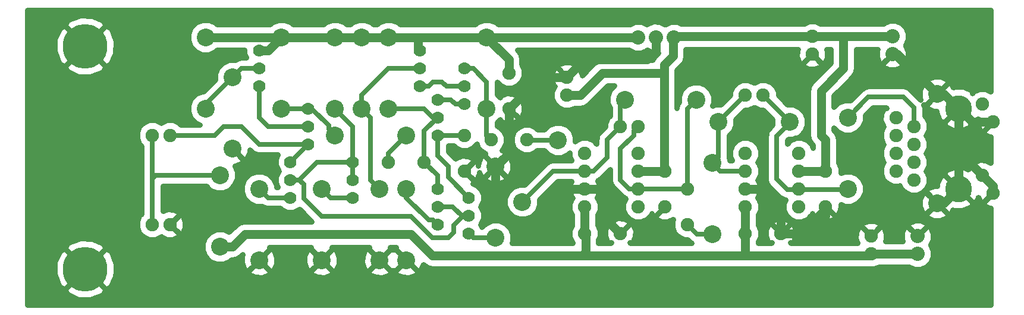
<source format=gbr>
G04 #@! TF.FileFunction,Copper,L2,Bot,Signal*
%FSLAX46Y46*%
G04 Gerber Fmt 4.6, Leading zero omitted, Abs format (unit mm)*
G04 Created by KiCad (PCBNEW 4.0.1-3.201512221402+6198~38~ubuntu15.04.1-stable) date Tue 29 Mar 2016 09:19:16 AM EDT*
%MOMM*%
G01*
G04 APERTURE LIST*
%ADD10C,0.100000*%
%ADD11C,2.032000*%
%ADD12C,1.905000*%
%ADD13C,3.810000*%
%ADD14C,2.540000*%
%ADD15C,1.778000*%
%ADD16C,6.350000*%
%ADD17C,1.270000*%
%ADD18C,0.635000*%
%ADD19C,0.787400*%
G04 APERTURE END LIST*
D10*
D11*
X168910000Y-90678000D03*
X168910000Y-93218000D03*
X172466000Y-119126000D03*
X172466000Y-121666000D03*
D12*
X66040000Y-117475000D03*
X63500000Y-117475000D03*
X122555000Y-99060000D03*
X122555000Y-96520000D03*
X114300000Y-95885000D03*
X114300000Y-100965000D03*
X157480000Y-90678000D03*
X157480000Y-93218000D03*
X102235000Y-108585000D03*
X97155000Y-108585000D03*
X165862000Y-119126000D03*
X165862000Y-121666000D03*
X116840000Y-105410000D03*
X111760000Y-105410000D03*
X125095000Y-118745000D03*
X130175000Y-118745000D03*
X132715000Y-103505000D03*
X130175000Y-103505000D03*
X136525000Y-114935000D03*
X136525000Y-109855000D03*
X139700000Y-117475000D03*
X139700000Y-112395000D03*
X147955000Y-118745000D03*
X153035000Y-118745000D03*
X150495000Y-99060000D03*
X147955000Y-99060000D03*
X159385000Y-114935000D03*
X159385000Y-109855000D03*
X107950000Y-104775000D03*
X107950000Y-109855000D03*
X66040000Y-104775000D03*
X63500000Y-104775000D03*
D13*
X178308000Y-112395000D03*
X178308000Y-100965000D03*
D12*
X181686200Y-110464600D03*
X181686200Y-100355400D03*
X183207660Y-113004600D03*
X183207660Y-102895400D03*
D14*
X175260000Y-114454940D03*
X175260000Y-98905060D03*
D12*
X171958000Y-111125000D03*
X169418000Y-102235000D03*
X169418000Y-109855000D03*
X171958000Y-108585000D03*
X169418000Y-107315000D03*
X171958000Y-106045000D03*
X169418000Y-104775000D03*
X171958000Y-103505000D03*
D14*
X73152000Y-120650000D03*
X73152000Y-110490000D03*
X99695000Y-104775000D03*
X89535000Y-104775000D03*
D15*
X85725000Y-106045000D03*
X85725000Y-103505000D03*
X85725000Y-100965000D03*
X78740000Y-97790000D03*
X78740000Y-95250000D03*
X78740000Y-92710000D03*
X83185000Y-113665000D03*
X83185000Y-111125000D03*
X83185000Y-108585000D03*
X92075000Y-113665000D03*
X92075000Y-111125000D03*
X92075000Y-108585000D03*
X104140000Y-117475000D03*
X104140000Y-114935000D03*
X104140000Y-112395000D03*
X108585000Y-118745000D03*
X108585000Y-116205000D03*
X108585000Y-113665000D03*
X104140000Y-104775000D03*
X104140000Y-102235000D03*
X104140000Y-99695000D03*
X101600000Y-97790000D03*
X101600000Y-95250000D03*
X101600000Y-92710000D03*
X107950000Y-100330000D03*
X107950000Y-97790000D03*
X107950000Y-95250000D03*
D14*
X89535000Y-90805000D03*
X89535000Y-100965000D03*
X71120000Y-90805000D03*
X71120000Y-100965000D03*
X74930000Y-96520000D03*
X74930000Y-106680000D03*
X78740000Y-112395000D03*
X78740000Y-122555000D03*
X87630000Y-112395000D03*
X87630000Y-122555000D03*
X97155000Y-90805000D03*
X97155000Y-100965000D03*
X116205000Y-114254409D03*
X121285000Y-105455591D03*
X93345000Y-90805000D03*
X93345000Y-100965000D03*
X95885000Y-112395000D03*
X95885000Y-122555000D03*
X140970000Y-99695000D03*
X130810000Y-99695000D03*
X143256000Y-108712000D03*
X143256000Y-118872000D03*
X154305000Y-102870000D03*
X144145000Y-102870000D03*
X162560000Y-102235000D03*
X162560000Y-112395000D03*
X81915000Y-90805000D03*
X81915000Y-100965000D03*
X111125000Y-90805000D03*
X111125000Y-100965000D03*
X99695000Y-112395000D03*
X99695000Y-122555000D03*
X112395000Y-119380000D03*
X112395000Y-109220000D03*
D11*
X135255000Y-90805000D03*
X137795000Y-90805000D03*
X132715000Y-90805000D03*
D12*
X125095000Y-107315000D03*
X125095000Y-109855000D03*
X125095000Y-112395000D03*
X125095000Y-114935000D03*
X132715000Y-114935000D03*
X132715000Y-112395000D03*
X132715000Y-109855000D03*
X132715000Y-107315000D03*
X147955000Y-107315000D03*
X147955000Y-109855000D03*
X147955000Y-112395000D03*
X147955000Y-114935000D03*
X155575000Y-114935000D03*
X155575000Y-112395000D03*
X155575000Y-109855000D03*
X155575000Y-107315000D03*
D16*
X53975000Y-123825000D03*
X53975000Y-92075000D03*
D17*
X122555000Y-99060000D02*
X124460000Y-99060000D01*
X127635000Y-95885000D02*
X136398000Y-95885000D01*
X124460000Y-99060000D02*
X127635000Y-95885000D01*
X155575000Y-109855000D02*
X159385000Y-109855000D01*
X159385000Y-109855000D02*
X159385000Y-105410000D01*
X159385000Y-105410000D02*
X158750000Y-104775000D01*
X158750000Y-104775000D02*
X158750000Y-98425000D01*
X158750000Y-98425000D02*
X161925000Y-95250000D01*
X161925000Y-95250000D02*
X161925000Y-90678000D01*
X157480000Y-90678000D02*
X161925000Y-90678000D01*
X161925000Y-90678000D02*
X168910000Y-90678000D01*
X137795000Y-90805000D02*
X137922000Y-90678000D01*
X137922000Y-90678000D02*
X157480000Y-90678000D01*
X132715000Y-109855000D02*
X136525000Y-109855000D01*
X137795000Y-90805000D02*
X137668000Y-90932000D01*
X137668000Y-90932000D02*
X137668000Y-93472000D01*
X137668000Y-93472000D02*
X136398000Y-94742000D01*
X136398000Y-94742000D02*
X136398000Y-95885000D01*
X136398000Y-95885000D02*
X136398000Y-109728000D01*
X136398000Y-109728000D02*
X136525000Y-109855000D01*
X147955000Y-112395000D02*
X150495000Y-112395000D01*
X153035000Y-114935000D02*
X153035000Y-118745000D01*
X150495000Y-112395000D02*
X153035000Y-114935000D01*
X153035000Y-118745000D02*
X156845000Y-118745000D01*
X156845000Y-118745000D02*
X159385000Y-116205000D01*
X159385000Y-116205000D02*
X159385000Y-114935000D01*
X183207660Y-102895400D02*
X180238400Y-102895400D01*
X180238400Y-102895400D02*
X178308000Y-100965000D01*
X168910000Y-93218000D02*
X169572940Y-93218000D01*
X169572940Y-93218000D02*
X175260000Y-98905060D01*
X178308000Y-100965000D02*
X178308000Y-112395000D01*
X178308000Y-112395000D02*
X176248060Y-114454940D01*
X176248060Y-114454940D02*
X175260000Y-114454940D01*
X175260000Y-98905060D02*
X176248060Y-98905060D01*
X176248060Y-98905060D02*
X180238400Y-102895400D01*
X180238400Y-102895400D02*
X180238400Y-109016800D01*
X180238400Y-109016800D02*
X183207660Y-111986060D01*
X183207660Y-111986060D02*
X183207660Y-113004600D01*
X135255000Y-90805000D02*
X135255000Y-92710000D01*
X125095000Y-93980000D02*
X122555000Y-96520000D01*
X133985000Y-93980000D02*
X125095000Y-93980000D01*
X135255000Y-92710000D02*
X133985000Y-93980000D01*
X114300000Y-100965000D02*
X118745000Y-96520000D01*
X118745000Y-96520000D02*
X122555000Y-96520000D01*
X112395000Y-109220000D02*
X114300000Y-107315000D01*
X114300000Y-107315000D02*
X114300000Y-100965000D01*
X125095000Y-112395000D02*
X127635000Y-112395000D01*
X128905000Y-117475000D02*
X130175000Y-118745000D01*
X128905000Y-113665000D02*
X128905000Y-117475000D01*
X127635000Y-112395000D02*
X128905000Y-113665000D01*
X125095000Y-112395000D02*
X123190000Y-112395000D01*
X112395000Y-114935000D02*
X112395000Y-109220000D01*
X115570000Y-118110000D02*
X112395000Y-114935000D01*
X117475000Y-118110000D02*
X115570000Y-118110000D01*
X123190000Y-112395000D02*
X117475000Y-118110000D01*
X147955000Y-121920000D02*
X147955000Y-118745000D01*
X165862000Y-121666000D02*
X172466000Y-121666000D01*
X153670000Y-121920000D02*
X164338000Y-121920000D01*
X139446000Y-121920000D02*
X147955000Y-121920000D01*
X147955000Y-121920000D02*
X153670000Y-121920000D01*
X124714000Y-121920000D02*
X139446000Y-121920000D01*
X164338000Y-121920000D02*
X165608000Y-121920000D01*
X165608000Y-121920000D02*
X165862000Y-121666000D01*
X76708000Y-118872000D02*
X74930000Y-120650000D01*
X103378000Y-121920000D02*
X124714000Y-121920000D01*
X124714000Y-121920000D02*
X124968000Y-121920000D01*
X124968000Y-121920000D02*
X124968000Y-121666000D01*
X125222000Y-121666000D02*
X124968000Y-121666000D01*
X76708000Y-118872000D02*
X100330000Y-118872000D01*
X100330000Y-118872000D02*
X103378000Y-121920000D01*
X74930000Y-120650000D02*
X73152000Y-120650000D01*
X125095000Y-118745000D02*
X125095000Y-114935000D01*
X125095000Y-118745000D02*
X125222000Y-118872000D01*
X125222000Y-118872000D02*
X125222000Y-121666000D01*
X147955000Y-118745000D02*
X147955000Y-114935000D01*
D18*
X63500000Y-110998000D02*
X63754000Y-110744000D01*
X63754000Y-110744000D02*
X63754000Y-110490000D01*
X63500000Y-110236000D02*
X63500000Y-110998000D01*
X63500000Y-110998000D02*
X63500000Y-117475000D01*
X73152000Y-110490000D02*
X63754000Y-110490000D01*
X63500000Y-110236000D02*
X63500000Y-104775000D01*
X63754000Y-110490000D02*
X63500000Y-110236000D01*
D17*
X111125000Y-90805000D02*
X114300000Y-93980000D01*
X114300000Y-93980000D02*
X114300000Y-95885000D01*
X101600000Y-92710000D02*
X101346000Y-92456000D01*
X101346000Y-92456000D02*
X101346000Y-90805000D01*
X81915000Y-90805000D02*
X80010000Y-92710000D01*
X80010000Y-92710000D02*
X78740000Y-92710000D01*
X132715000Y-90805000D02*
X111125000Y-90805000D01*
X111125000Y-90805000D02*
X101346000Y-90805000D01*
X101346000Y-90805000D02*
X97155000Y-90805000D01*
X97155000Y-90805000D02*
X93345000Y-90805000D01*
X93345000Y-90805000D02*
X89535000Y-90805000D01*
X89535000Y-90805000D02*
X81915000Y-90805000D01*
X81915000Y-90805000D02*
X71120000Y-90805000D01*
D18*
X97155000Y-100965000D02*
X102235000Y-100965000D01*
X102235000Y-100965000D02*
X103505000Y-102235000D01*
X103505000Y-102235000D02*
X104140000Y-102235000D01*
X102235000Y-108585000D02*
X104140000Y-110490000D01*
X104140000Y-110490000D02*
X104140000Y-112395000D01*
X104140000Y-102235000D02*
X102235000Y-104140000D01*
X102235000Y-104140000D02*
X102235000Y-108585000D01*
X99695000Y-104775000D02*
X97155000Y-107315000D01*
X97155000Y-107315000D02*
X97155000Y-108585000D01*
X116840000Y-105410000D02*
X116885591Y-105455591D01*
X116885591Y-105455591D02*
X121285000Y-105455591D01*
X111125000Y-100965000D02*
X111125000Y-104140000D01*
X111125000Y-104140000D02*
X111125000Y-104775000D01*
X111125000Y-104775000D02*
X111760000Y-105410000D01*
X107950000Y-95250000D02*
X109220000Y-95250000D01*
X111125000Y-97155000D02*
X111125000Y-100965000D01*
X109220000Y-95250000D02*
X111125000Y-97155000D01*
X140970000Y-99695000D02*
X139700000Y-100965000D01*
X139700000Y-100965000D02*
X139700000Y-112395000D01*
X139700000Y-112395000D02*
X132715000Y-112395000D01*
X132715000Y-103505000D02*
X132080000Y-104140000D01*
X132080000Y-104140000D02*
X132080000Y-104775000D01*
X131445000Y-112395000D02*
X132715000Y-112395000D01*
X130175000Y-111125000D02*
X131445000Y-112395000D01*
X130175000Y-106680000D02*
X130175000Y-111125000D01*
X132080000Y-104775000D02*
X130175000Y-106680000D01*
X130810000Y-99695000D02*
X130175000Y-100330000D01*
X130175000Y-100330000D02*
X130175000Y-103505000D01*
X125095000Y-109855000D02*
X126365000Y-109855000D01*
X128270000Y-105410000D02*
X130175000Y-103505000D01*
X128270000Y-107950000D02*
X128270000Y-105410000D01*
X126365000Y-109855000D02*
X128270000Y-107950000D01*
X116205000Y-114254409D02*
X120604409Y-109855000D01*
X120604409Y-109855000D02*
X125095000Y-109855000D01*
X139700000Y-117475000D02*
X141097000Y-118872000D01*
X141097000Y-118872000D02*
X143256000Y-118872000D01*
X150495000Y-99060000D02*
X154305000Y-102870000D01*
X154305000Y-102870000D02*
X154305000Y-102997000D01*
X154305000Y-102997000D02*
X152400000Y-104902000D01*
X152400000Y-104902000D02*
X152400000Y-110998000D01*
X152400000Y-110998000D02*
X153924000Y-112522000D01*
X153924000Y-112522000D02*
X155448000Y-112522000D01*
X155448000Y-112522000D02*
X162433000Y-112522000D01*
X162433000Y-112522000D02*
X162560000Y-112395000D01*
X144145000Y-102870000D02*
X147955000Y-99060000D01*
X143256000Y-108712000D02*
X144399000Y-109855000D01*
X144399000Y-109855000D02*
X147955000Y-109855000D01*
X143256000Y-108712000D02*
X144145000Y-107823000D01*
X144145000Y-107823000D02*
X144145000Y-102870000D01*
X143256000Y-108712000D02*
X143129000Y-108585000D01*
X104140000Y-104775000D02*
X104140000Y-106680000D01*
X105664000Y-110744000D02*
X108585000Y-113665000D01*
X105664000Y-109220000D02*
X105664000Y-110744000D01*
X104140000Y-107696000D02*
X105664000Y-109220000D01*
X104140000Y-106680000D02*
X104140000Y-107696000D01*
X104140000Y-104775000D02*
X107950000Y-104775000D01*
X85725000Y-106045000D02*
X83185000Y-108585000D01*
X66040000Y-104775000D02*
X72390000Y-104775000D01*
X78740000Y-106045000D02*
X85725000Y-106045000D01*
X76200000Y-103505000D02*
X78740000Y-106045000D01*
X73660000Y-103505000D02*
X76200000Y-103505000D01*
X72390000Y-104775000D02*
X73660000Y-103505000D01*
X162560000Y-102235000D02*
X165481000Y-99314000D01*
X171958000Y-100838000D02*
X171958000Y-103505000D01*
X170434000Y-99314000D02*
X171958000Y-100838000D01*
X165481000Y-99314000D02*
X170434000Y-99314000D01*
X81915000Y-100965000D02*
X85725000Y-100965000D01*
X85725000Y-100965000D02*
X86233000Y-100965000D01*
X86233000Y-100965000D02*
X88646000Y-103378000D01*
X88646000Y-103378000D02*
X88646000Y-103886000D01*
X88646000Y-103886000D02*
X89535000Y-104775000D01*
X78740000Y-97790000D02*
X78740000Y-102235000D01*
X80010000Y-103505000D02*
X85725000Y-103505000D01*
X78740000Y-102235000D02*
X80010000Y-103505000D01*
X74930000Y-96520000D02*
X71120000Y-100330000D01*
X71120000Y-100330000D02*
X71120000Y-100965000D01*
X78740000Y-95250000D02*
X76835000Y-95250000D01*
X76200000Y-95250000D02*
X74930000Y-96520000D01*
X76835000Y-95250000D02*
X76200000Y-95250000D01*
X78740000Y-112395000D02*
X80010000Y-113665000D01*
X80010000Y-113665000D02*
X83185000Y-113665000D01*
X99568000Y-116332000D02*
X100330000Y-116332000D01*
X84455000Y-111125000D02*
X85090000Y-111760000D01*
X85090000Y-113792000D02*
X85090000Y-111760000D01*
X85344000Y-114046000D02*
X85090000Y-113792000D01*
X87630000Y-116332000D02*
X85344000Y-114046000D01*
X99568000Y-116332000D02*
X87630000Y-116332000D01*
X106426000Y-117602000D02*
X106426000Y-118618000D01*
X106426000Y-117602000D02*
X107696000Y-116332000D01*
X105664000Y-119380000D02*
X106426000Y-118618000D01*
X103378000Y-119380000D02*
X105664000Y-119380000D01*
X103124000Y-119126000D02*
X103378000Y-119380000D01*
X100330000Y-116332000D02*
X103124000Y-119126000D01*
X104140000Y-114935000D02*
X106045000Y-114935000D01*
X106045000Y-114935000D02*
X106299000Y-114935000D01*
X106299000Y-114935000D02*
X107696000Y-116332000D01*
X108585000Y-116205000D02*
X108458000Y-116332000D01*
X108458000Y-116332000D02*
X107696000Y-116332000D01*
X83185000Y-111125000D02*
X84455000Y-111125000D01*
X92075000Y-108585000D02*
X92075000Y-111125000D01*
X86995000Y-108585000D02*
X92075000Y-108585000D01*
X84455000Y-111125000D02*
X86995000Y-108585000D01*
X89535000Y-100965000D02*
X92075000Y-103505000D01*
X92075000Y-103505000D02*
X92075000Y-108585000D01*
X87630000Y-112395000D02*
X88900000Y-113665000D01*
X88900000Y-113665000D02*
X92075000Y-113665000D01*
X99695000Y-112395000D02*
X99695000Y-113665000D01*
X99695000Y-113665000D02*
X102870000Y-116840000D01*
X102870000Y-116840000D02*
X103505000Y-116840000D01*
X103505000Y-116840000D02*
X104140000Y-117475000D01*
X108585000Y-118745000D02*
X109220000Y-119380000D01*
X109220000Y-119380000D02*
X112395000Y-119380000D01*
X104140000Y-99695000D02*
X106045000Y-99695000D01*
X106680000Y-100330000D02*
X107950000Y-100330000D01*
X106045000Y-99695000D02*
X106680000Y-100330000D01*
X101600000Y-97790000D02*
X102870000Y-97790000D01*
X105410000Y-97790000D02*
X107950000Y-97790000D01*
X104775000Y-97155000D02*
X105410000Y-97790000D01*
X103505000Y-97155000D02*
X104775000Y-97155000D01*
X102870000Y-97790000D02*
X103505000Y-97155000D01*
X93345000Y-100965000D02*
X93345000Y-99060000D01*
X97155000Y-95250000D02*
X101600000Y-95250000D01*
X93345000Y-99060000D02*
X97155000Y-95250000D01*
X93345000Y-100965000D02*
X94615000Y-102235000D01*
X94615000Y-111125000D02*
X95885000Y-112395000D01*
X94615000Y-102235000D02*
X94615000Y-111125000D01*
D19*
G36*
X182893900Y-98546652D02*
X182112461Y-98222171D01*
X181263663Y-98221430D01*
X180479191Y-98545567D01*
X180259493Y-98764882D01*
X180147212Y-98411936D01*
X179030194Y-97902441D01*
X177803230Y-97859193D01*
X177524623Y-97963256D01*
X177384187Y-97588463D01*
X177289269Y-97446408D01*
X176827308Y-97355713D01*
X175277961Y-98905060D01*
X175292103Y-98919202D01*
X175274142Y-98937163D01*
X175260000Y-98923021D01*
X173710653Y-100472368D01*
X173801348Y-100934329D01*
X174688948Y-101338062D01*
X175206212Y-101355753D01*
X175202193Y-101469770D01*
X175631775Y-102619888D01*
X175754936Y-102804212D01*
X176282877Y-102972163D01*
X178290039Y-100965000D01*
X178275897Y-100950858D01*
X178293858Y-100932897D01*
X178308000Y-100947039D01*
X178322142Y-100932897D01*
X178340103Y-100950858D01*
X178325961Y-100965000D01*
X180333123Y-102972163D01*
X180861064Y-102804212D01*
X181045603Y-102399629D01*
X181088847Y-102417586D01*
X181061066Y-103248245D01*
X181359494Y-104042852D01*
X181440290Y-104163772D01*
X181869261Y-104215838D01*
X182893900Y-103191199D01*
X182893900Y-103227121D01*
X181887222Y-104233799D01*
X181939288Y-104662770D01*
X182712180Y-105013622D01*
X182893900Y-105019700D01*
X182893900Y-108669688D01*
X182181680Y-108346378D01*
X181333355Y-108318006D01*
X180538748Y-108616434D01*
X180417828Y-108697230D01*
X180365762Y-109126201D01*
X181686200Y-110446639D01*
X181700342Y-110432497D01*
X181718303Y-110450458D01*
X181704161Y-110464600D01*
X181718303Y-110478742D01*
X181700342Y-110496703D01*
X181686200Y-110482561D01*
X181672058Y-110496703D01*
X181654097Y-110478742D01*
X181668239Y-110464600D01*
X180347801Y-109144162D01*
X179918830Y-109196228D01*
X179715169Y-109644872D01*
X179030194Y-109332441D01*
X177803230Y-109289193D01*
X176653112Y-109718775D01*
X176468788Y-109841936D01*
X176300837Y-110369877D01*
X178308000Y-112377039D01*
X178322142Y-112362897D01*
X178340103Y-112380858D01*
X178325961Y-112395000D01*
X180333123Y-114402163D01*
X180861064Y-114234212D01*
X181151340Y-113597811D01*
X181359494Y-114152052D01*
X181440290Y-114272972D01*
X181869261Y-114325038D01*
X182893900Y-113300399D01*
X182893900Y-113336321D01*
X181887222Y-114342999D01*
X181939288Y-114771970D01*
X182712180Y-115122822D01*
X182893900Y-115128900D01*
X182893900Y-128918900D01*
X45706100Y-128918900D01*
X45706100Y-126765749D01*
X51052212Y-126765749D01*
X51374671Y-127425651D01*
X52950519Y-128146670D01*
X54682334Y-128209755D01*
X56306465Y-127605300D01*
X56575329Y-127425651D01*
X56897788Y-126765749D01*
X53975000Y-123842961D01*
X51052212Y-126765749D01*
X45706100Y-126765749D01*
X45706100Y-124532334D01*
X49590245Y-124532334D01*
X50194700Y-126156465D01*
X50374349Y-126425329D01*
X51034251Y-126747788D01*
X53957039Y-123825000D01*
X53992961Y-123825000D01*
X56915749Y-126747788D01*
X57575651Y-126425329D01*
X58296670Y-124849481D01*
X58323158Y-124122308D01*
X77190653Y-124122308D01*
X77281348Y-124584269D01*
X78168948Y-124988002D01*
X79143486Y-125021333D01*
X80056597Y-124679187D01*
X80198652Y-124584269D01*
X80289347Y-124122308D01*
X86080653Y-124122308D01*
X86171348Y-124584269D01*
X87058948Y-124988002D01*
X88033486Y-125021333D01*
X88946597Y-124679187D01*
X89088652Y-124584269D01*
X89179347Y-124122308D01*
X94335653Y-124122308D01*
X94426348Y-124584269D01*
X95313948Y-124988002D01*
X96288486Y-125021333D01*
X97201597Y-124679187D01*
X97343652Y-124584269D01*
X97434347Y-124122308D01*
X98145653Y-124122308D01*
X98236348Y-124584269D01*
X99123948Y-124988002D01*
X100098486Y-125021333D01*
X101011597Y-124679187D01*
X101153652Y-124584269D01*
X101244347Y-124122308D01*
X99695000Y-122572961D01*
X98145653Y-124122308D01*
X97434347Y-124122308D01*
X95885000Y-122572961D01*
X94335653Y-124122308D01*
X89179347Y-124122308D01*
X87630000Y-122572961D01*
X86080653Y-124122308D01*
X80289347Y-124122308D01*
X78740000Y-122572961D01*
X77190653Y-124122308D01*
X58323158Y-124122308D01*
X58359755Y-123117666D01*
X57755300Y-121493535D01*
X57575651Y-121224671D01*
X56915749Y-120902212D01*
X53992961Y-123825000D01*
X53957039Y-123825000D01*
X51034251Y-120902212D01*
X50374349Y-121224671D01*
X49653330Y-122800519D01*
X49590245Y-124532334D01*
X45706100Y-124532334D01*
X45706100Y-120884251D01*
X51052212Y-120884251D01*
X53975000Y-123807039D01*
X56897788Y-120884251D01*
X56575329Y-120224349D01*
X54999481Y-119503330D01*
X53267666Y-119440245D01*
X51643535Y-120044700D01*
X51374671Y-120224349D01*
X51052212Y-120884251D01*
X45706100Y-120884251D01*
X45706100Y-105197537D01*
X61366030Y-105197537D01*
X61690167Y-105982009D01*
X62001400Y-106293785D01*
X62001400Y-115956250D01*
X61692276Y-116264835D01*
X61366771Y-117048739D01*
X61366030Y-117897537D01*
X61690167Y-118682009D01*
X62289835Y-119282724D01*
X63073739Y-119608229D01*
X63922537Y-119608970D01*
X64707009Y-119284833D01*
X64769242Y-119222709D01*
X64771628Y-119242370D01*
X65544520Y-119593222D01*
X66392845Y-119621594D01*
X67187452Y-119323166D01*
X67308372Y-119242370D01*
X67360438Y-118813399D01*
X66040000Y-117492961D01*
X66025858Y-117507103D01*
X66007897Y-117489142D01*
X66022039Y-117475000D01*
X66057961Y-117475000D01*
X67378399Y-118795438D01*
X67807370Y-118743372D01*
X68158222Y-117970480D01*
X68186594Y-117122155D01*
X67888166Y-116327548D01*
X67807370Y-116206628D01*
X67378399Y-116154562D01*
X66057961Y-117475000D01*
X66022039Y-117475000D01*
X66007897Y-117460858D01*
X66025858Y-117442897D01*
X66040000Y-117457039D01*
X67360438Y-116136601D01*
X67308372Y-115707630D01*
X66535480Y-115356778D01*
X65687155Y-115328406D01*
X64998600Y-115587004D01*
X64998600Y-111988600D01*
X71184629Y-111988600D01*
X71761751Y-112566730D01*
X72662307Y-112940674D01*
X73637415Y-112941525D01*
X74538623Y-112569153D01*
X75228730Y-111880249D01*
X75602674Y-110979693D01*
X75603525Y-110004585D01*
X75247690Y-109143399D01*
X75333486Y-109146333D01*
X76246597Y-108804187D01*
X76388652Y-108709269D01*
X76479347Y-108247308D01*
X74930000Y-106697961D01*
X74915858Y-106712103D01*
X74897897Y-106694142D01*
X74912039Y-106680000D01*
X74897897Y-106665858D01*
X74915858Y-106647897D01*
X74930000Y-106662039D01*
X74944142Y-106647897D01*
X74962103Y-106665858D01*
X74947961Y-106680000D01*
X76497308Y-108229347D01*
X76959269Y-108138652D01*
X77363002Y-107251052D01*
X77378337Y-106802678D01*
X77680329Y-107104670D01*
X77995111Y-107315000D01*
X78166511Y-107429526D01*
X78740000Y-107543600D01*
X81375956Y-107543600D01*
X81115260Y-108171425D01*
X81114541Y-108994962D01*
X81429031Y-109756086D01*
X81527435Y-109854662D01*
X81431078Y-109950851D01*
X81115260Y-110711425D01*
X81114541Y-111534962D01*
X81375446Y-112166400D01*
X81191301Y-112166400D01*
X81191525Y-111909585D01*
X80819153Y-111008377D01*
X80130249Y-110318270D01*
X79229693Y-109944326D01*
X78254585Y-109943475D01*
X77353377Y-110315847D01*
X76663270Y-111004751D01*
X76289326Y-111905307D01*
X76288475Y-112880415D01*
X76660847Y-113781623D01*
X77349751Y-114471730D01*
X78250307Y-114845674D01*
X79132577Y-114846444D01*
X79436510Y-115049526D01*
X80010000Y-115163600D01*
X81755974Y-115163600D01*
X82010851Y-115418922D01*
X82771425Y-115734740D01*
X83594962Y-115735459D01*
X84356086Y-115420969D01*
X84477964Y-115299304D01*
X86234560Y-117055900D01*
X76708005Y-117055900D01*
X76708000Y-117055899D01*
X76013008Y-117194142D01*
X75766835Y-117358630D01*
X75423823Y-117587823D01*
X75423821Y-117587826D01*
X74468853Y-118542793D01*
X73641693Y-118199326D01*
X72666585Y-118198475D01*
X71765377Y-118570847D01*
X71075270Y-119259751D01*
X70701326Y-120160307D01*
X70700475Y-121135415D01*
X71072847Y-122036623D01*
X71761751Y-122726730D01*
X72662307Y-123100674D01*
X73637415Y-123101525D01*
X74538623Y-122729153D01*
X74802135Y-122466100D01*
X74929995Y-122466100D01*
X74930000Y-122466101D01*
X75624992Y-122327858D01*
X76214177Y-121934177D01*
X76425975Y-121722379D01*
X76306998Y-121983948D01*
X76273667Y-122958486D01*
X76615813Y-123871597D01*
X76710731Y-124013652D01*
X77172692Y-124104347D01*
X78722039Y-122555000D01*
X78757961Y-122555000D01*
X80307308Y-124104347D01*
X80769269Y-124013652D01*
X81173002Y-123126052D01*
X81178733Y-122958486D01*
X85163667Y-122958486D01*
X85505813Y-123871597D01*
X85600731Y-124013652D01*
X86062692Y-124104347D01*
X87612039Y-122555000D01*
X87647961Y-122555000D01*
X89197308Y-124104347D01*
X89659269Y-124013652D01*
X90063002Y-123126052D01*
X90068733Y-122958486D01*
X93418667Y-122958486D01*
X93760813Y-123871597D01*
X93855731Y-124013652D01*
X94317692Y-124104347D01*
X95867039Y-122555000D01*
X95902961Y-122555000D01*
X97452308Y-124104347D01*
X97790000Y-124038049D01*
X98127692Y-124104347D01*
X99677039Y-122555000D01*
X98127692Y-121005653D01*
X97790000Y-121071951D01*
X97452308Y-121005653D01*
X95902961Y-122555000D01*
X95867039Y-122555000D01*
X94317692Y-121005653D01*
X93855731Y-121096348D01*
X93451998Y-121983948D01*
X93418667Y-122958486D01*
X90068733Y-122958486D01*
X90096333Y-122151514D01*
X89754187Y-121238403D01*
X89659269Y-121096348D01*
X89197308Y-121005653D01*
X87647961Y-122555000D01*
X87612039Y-122555000D01*
X86062692Y-121005653D01*
X85600731Y-121096348D01*
X85196998Y-121983948D01*
X85163667Y-122958486D01*
X81178733Y-122958486D01*
X81206333Y-122151514D01*
X80864187Y-121238403D01*
X80769269Y-121096348D01*
X80307308Y-121005653D01*
X78757961Y-122555000D01*
X78722039Y-122555000D01*
X78707897Y-122540858D01*
X78725858Y-122522897D01*
X78740000Y-122537039D01*
X80289347Y-120987692D01*
X80230529Y-120688100D01*
X86139471Y-120688100D01*
X86080653Y-120987692D01*
X87630000Y-122537039D01*
X89179347Y-120987692D01*
X89120529Y-120688100D01*
X94394471Y-120688100D01*
X94335653Y-120987692D01*
X95885000Y-122537039D01*
X97434347Y-120987692D01*
X97375529Y-120688100D01*
X98204471Y-120688100D01*
X98145653Y-120987692D01*
X99695000Y-122537039D01*
X99709142Y-122522897D01*
X99727103Y-122540858D01*
X99712961Y-122555000D01*
X101262308Y-124104347D01*
X101724269Y-124013652D01*
X102092890Y-123203244D01*
X102093823Y-123204177D01*
X102683008Y-123597858D01*
X103378000Y-123736101D01*
X103378005Y-123736100D01*
X165283707Y-123736100D01*
X165435739Y-123799229D01*
X166284537Y-123799970D01*
X167053842Y-123482100D01*
X171174472Y-123482100D01*
X171219818Y-123527525D01*
X172027052Y-123862718D01*
X172901113Y-123863481D01*
X173708931Y-123529697D01*
X174327525Y-122912182D01*
X174662718Y-122104948D01*
X174663481Y-121230887D01*
X174329697Y-120423069D01*
X174302414Y-120395738D01*
X174647178Y-119636593D01*
X174676542Y-118763027D01*
X174369370Y-117944719D01*
X174285751Y-117819572D01*
X173850181Y-117759779D01*
X172483961Y-119126000D01*
X172498103Y-119140142D01*
X172480142Y-119158103D01*
X172466000Y-119143961D01*
X172451858Y-119158103D01*
X172433897Y-119140142D01*
X172448039Y-119126000D01*
X171081819Y-117759779D01*
X170646249Y-117819572D01*
X170284822Y-118615407D01*
X170255458Y-119488973D01*
X170390941Y-119849900D01*
X167876531Y-119849900D01*
X167980222Y-119621480D01*
X168008594Y-118773155D01*
X167710166Y-117978548D01*
X167629370Y-117857628D01*
X167200399Y-117805562D01*
X165879961Y-119126000D01*
X165894103Y-119140142D01*
X165876142Y-119158103D01*
X165862000Y-119143961D01*
X165847858Y-119158103D01*
X165829897Y-119140142D01*
X165844039Y-119126000D01*
X164523601Y-117805562D01*
X164094630Y-117857628D01*
X163743778Y-118630520D01*
X163715406Y-119478845D01*
X163950156Y-120103900D01*
X154411863Y-120103900D01*
X154373401Y-120065438D01*
X154802370Y-120013372D01*
X155153222Y-119240480D01*
X155181594Y-118392155D01*
X154954544Y-117787601D01*
X164541562Y-117787601D01*
X165862000Y-119108039D01*
X167182438Y-117787601D01*
X167176882Y-117741819D01*
X171099779Y-117741819D01*
X172466000Y-119108039D01*
X173832221Y-117741819D01*
X173772428Y-117306249D01*
X172976593Y-116944822D01*
X172103027Y-116915458D01*
X171284719Y-117222630D01*
X171159572Y-117306249D01*
X171099779Y-117741819D01*
X167176882Y-117741819D01*
X167130372Y-117358630D01*
X166357480Y-117007778D01*
X165509155Y-116979406D01*
X164714548Y-117277834D01*
X164593628Y-117358630D01*
X164541562Y-117787601D01*
X154954544Y-117787601D01*
X154883166Y-117597548D01*
X154802370Y-117476628D01*
X154373399Y-117424562D01*
X153052961Y-118745000D01*
X153067103Y-118759142D01*
X153049142Y-118777103D01*
X153035000Y-118762961D01*
X153020858Y-118777103D01*
X153002897Y-118759142D01*
X153017039Y-118745000D01*
X151696601Y-117424562D01*
X151267630Y-117476628D01*
X150916778Y-118249520D01*
X150888406Y-119097845D01*
X151186834Y-119892452D01*
X151267630Y-120013372D01*
X151696599Y-120065438D01*
X151658137Y-120103900D01*
X149771100Y-120103900D01*
X149771100Y-119934993D01*
X150088229Y-119171261D01*
X150088970Y-118322463D01*
X149771100Y-117553158D01*
X149771100Y-117406601D01*
X151714562Y-117406601D01*
X153035000Y-118727039D01*
X154355438Y-117406601D01*
X154303372Y-116977630D01*
X153530480Y-116626778D01*
X152682155Y-116598406D01*
X151887548Y-116896834D01*
X151766628Y-116977630D01*
X151714562Y-117406601D01*
X149771100Y-117406601D01*
X149771100Y-116124993D01*
X150088229Y-115361261D01*
X150088970Y-114512463D01*
X149764833Y-113727991D01*
X149702709Y-113665758D01*
X149722370Y-113663372D01*
X150073222Y-112890480D01*
X150101594Y-112042155D01*
X149803166Y-111247548D01*
X149722370Y-111126628D01*
X149703454Y-111124332D01*
X149762724Y-111065165D01*
X150088229Y-110281261D01*
X150088970Y-109432463D01*
X149764833Y-108647991D01*
X149702367Y-108585416D01*
X149762724Y-108525165D01*
X150088229Y-107741261D01*
X150088970Y-106892463D01*
X149764833Y-106107991D01*
X149165165Y-105507276D01*
X148381261Y-105181771D01*
X147532463Y-105181030D01*
X146747991Y-105505167D01*
X146147276Y-106104835D01*
X145821771Y-106888739D01*
X145821030Y-107737537D01*
X146076739Y-108356400D01*
X145707412Y-108356400D01*
X145707525Y-108226585D01*
X145610183Y-107990999D01*
X145643600Y-107823000D01*
X145643600Y-104837371D01*
X146221730Y-104260249D01*
X146595674Y-103359693D01*
X146596391Y-102537949D01*
X147940751Y-101193589D01*
X148377537Y-101193970D01*
X149162009Y-100869833D01*
X149224584Y-100807367D01*
X149284835Y-100867724D01*
X150068739Y-101193229D01*
X150509274Y-101193614D01*
X151854188Y-102538528D01*
X151853498Y-103329162D01*
X151340330Y-103842330D01*
X151015474Y-104328510D01*
X150938897Y-104713489D01*
X150901400Y-104902000D01*
X150901400Y-110998000D01*
X151015474Y-111571490D01*
X151340330Y-112057670D01*
X152864329Y-113581670D01*
X153091408Y-113733399D01*
X153350511Y-113906526D01*
X153665791Y-113969239D01*
X153441771Y-114508739D01*
X153441030Y-115357537D01*
X153765167Y-116142009D01*
X154364835Y-116742724D01*
X155148739Y-117068229D01*
X155997537Y-117068970D01*
X156782009Y-116744833D01*
X157254266Y-116273399D01*
X158064562Y-116273399D01*
X158116628Y-116702370D01*
X158889520Y-117053222D01*
X159737845Y-117081594D01*
X160532452Y-116783166D01*
X160653372Y-116702370D01*
X160705438Y-116273399D01*
X159385000Y-114952961D01*
X158064562Y-116273399D01*
X157254266Y-116273399D01*
X157382724Y-116145165D01*
X157476012Y-115920503D01*
X157536834Y-116082452D01*
X157617630Y-116203372D01*
X158046601Y-116255438D01*
X159367039Y-114935000D01*
X159352897Y-114920858D01*
X159370858Y-114902897D01*
X159385000Y-114917039D01*
X159399142Y-114902897D01*
X159417103Y-114920858D01*
X159402961Y-114935000D01*
X160723399Y-116255438D01*
X161152370Y-116203372D01*
X161234590Y-116022248D01*
X173710653Y-116022248D01*
X173801348Y-116484209D01*
X174688948Y-116887942D01*
X175663486Y-116921273D01*
X176576597Y-116579127D01*
X176718652Y-116484209D01*
X176809347Y-116022248D01*
X175260000Y-114472901D01*
X173710653Y-116022248D01*
X161234590Y-116022248D01*
X161503222Y-115430480D01*
X161522353Y-114858426D01*
X172793667Y-114858426D01*
X173135813Y-115771537D01*
X173230731Y-115913592D01*
X173692692Y-116004287D01*
X175242039Y-114454940D01*
X173692692Y-112905593D01*
X173230731Y-112996288D01*
X172826998Y-113883888D01*
X172793667Y-114858426D01*
X161522353Y-114858426D01*
X161530280Y-114621435D01*
X162070307Y-114845674D01*
X163045415Y-114846525D01*
X163946623Y-114474153D01*
X164636730Y-113785249D01*
X165010674Y-112884693D01*
X165011525Y-111909585D01*
X164639153Y-111008377D01*
X163950249Y-110318270D01*
X163049693Y-109944326D01*
X162074585Y-109943475D01*
X161518323Y-110173318D01*
X161518970Y-109432463D01*
X161201100Y-108663158D01*
X161201100Y-105410005D01*
X161201101Y-105410000D01*
X161062858Y-104715008D01*
X160849650Y-104395920D01*
X160669177Y-104125823D01*
X160669174Y-104125821D01*
X160566100Y-104022747D01*
X160566100Y-103707025D01*
X161169751Y-104311730D01*
X162070307Y-104685674D01*
X163045415Y-104686525D01*
X163946623Y-104314153D01*
X164636730Y-103625249D01*
X165010674Y-102724693D01*
X165011391Y-101902949D01*
X166101740Y-100812600D01*
X167977637Y-100812600D01*
X168079599Y-100914562D01*
X167650630Y-100966628D01*
X167299778Y-101739520D01*
X167271406Y-102587845D01*
X167569834Y-103382452D01*
X167650630Y-103503372D01*
X167669546Y-103505668D01*
X167610276Y-103564835D01*
X167284771Y-104348739D01*
X167284030Y-105197537D01*
X167608167Y-105982009D01*
X167670633Y-106044584D01*
X167610276Y-106104835D01*
X167284771Y-106888739D01*
X167284030Y-107737537D01*
X167608167Y-108522009D01*
X167670633Y-108584584D01*
X167610276Y-108644835D01*
X167284771Y-109428739D01*
X167284030Y-110277537D01*
X167608167Y-111062009D01*
X168207835Y-111662724D01*
X168991739Y-111988229D01*
X169840537Y-111988970D01*
X169982235Y-111930422D01*
X170148167Y-112332009D01*
X170747835Y-112932724D01*
X171531739Y-113258229D01*
X172380537Y-113258970D01*
X173165009Y-112934833D01*
X173212292Y-112887632D01*
X173710653Y-112887632D01*
X175260000Y-114436979D01*
X175274142Y-114422837D01*
X175292103Y-114440798D01*
X175277961Y-114454940D01*
X176827308Y-116004287D01*
X177289269Y-115913592D01*
X177512010Y-115423899D01*
X177585806Y-115457559D01*
X178812770Y-115500807D01*
X179962888Y-115071225D01*
X180147212Y-114948064D01*
X180315163Y-114420123D01*
X178308000Y-112412961D01*
X178293858Y-112427103D01*
X178275897Y-112409142D01*
X178290039Y-112395000D01*
X176282877Y-110387837D01*
X175754936Y-110555788D01*
X175245441Y-111672806D01*
X175233855Y-112001513D01*
X174856514Y-111988607D01*
X173943403Y-112330753D01*
X173801348Y-112425671D01*
X173710653Y-112887632D01*
X173212292Y-112887632D01*
X173765724Y-112335165D01*
X174091229Y-111551261D01*
X174091970Y-110702463D01*
X173767833Y-109917991D01*
X173705367Y-109855416D01*
X173765724Y-109795165D01*
X174091229Y-109011261D01*
X174091970Y-108162463D01*
X173767833Y-107377991D01*
X173705367Y-107315416D01*
X173765724Y-107255165D01*
X174091229Y-106471261D01*
X174091970Y-105622463D01*
X173767833Y-104837991D01*
X173705367Y-104775416D01*
X173765724Y-104715165D01*
X174091229Y-103931261D01*
X174091970Y-103082463D01*
X174053816Y-102990123D01*
X176300837Y-102990123D01*
X176468788Y-103518064D01*
X177585806Y-104027559D01*
X178812770Y-104070807D01*
X179962888Y-103641225D01*
X180147212Y-103518064D01*
X180315163Y-102990123D01*
X178308000Y-100982961D01*
X176300837Y-102990123D01*
X174053816Y-102990123D01*
X173767833Y-102297991D01*
X173456600Y-101986215D01*
X173456600Y-100838000D01*
X173367603Y-100390584D01*
X173692692Y-100454407D01*
X175242039Y-98905060D01*
X173692692Y-97355713D01*
X173230731Y-97446408D01*
X172826998Y-98334008D01*
X172793667Y-99308546D01*
X172940949Y-99701608D01*
X171493670Y-98254330D01*
X171007490Y-97929474D01*
X170434000Y-97815400D01*
X165481000Y-97815400D01*
X164907510Y-97929474D01*
X164421330Y-98254330D01*
X162891472Y-99784188D01*
X162074585Y-99783475D01*
X161173377Y-100155847D01*
X160566100Y-100762065D01*
X160566100Y-99177254D01*
X162405602Y-97337752D01*
X173710653Y-97337752D01*
X175260000Y-98887099D01*
X176809347Y-97337752D01*
X176718652Y-96875791D01*
X175831052Y-96472058D01*
X174856514Y-96438727D01*
X173943403Y-96780873D01*
X173801348Y-96875791D01*
X173710653Y-97337752D01*
X162405602Y-97337752D01*
X163209177Y-96534177D01*
X163602858Y-95944992D01*
X163741100Y-95250000D01*
X163741100Y-94602181D01*
X167543779Y-94602181D01*
X167603572Y-95037751D01*
X168399407Y-95399178D01*
X169272973Y-95428542D01*
X170091281Y-95121370D01*
X170216428Y-95037751D01*
X170276221Y-94602181D01*
X168910000Y-93235961D01*
X167543779Y-94602181D01*
X163741100Y-94602181D01*
X163741100Y-92494100D01*
X166825695Y-92494100D01*
X166728822Y-92707407D01*
X166699458Y-93580973D01*
X167006630Y-94399281D01*
X167090249Y-94524428D01*
X167525819Y-94584221D01*
X168892039Y-93218000D01*
X168877897Y-93203858D01*
X168895858Y-93185897D01*
X168910000Y-93200039D01*
X168924142Y-93185897D01*
X168942103Y-93203858D01*
X168927961Y-93218000D01*
X170294181Y-94584221D01*
X170729751Y-94524428D01*
X171091178Y-93728593D01*
X171120542Y-92855027D01*
X170813370Y-92036719D01*
X170751520Y-91944152D01*
X170771525Y-91924182D01*
X171106718Y-91116948D01*
X171107481Y-90242887D01*
X170773697Y-89435069D01*
X170156182Y-88816475D01*
X169348948Y-88481282D01*
X168474887Y-88480519D01*
X167667069Y-88814303D01*
X167619389Y-88861900D01*
X158669993Y-88861900D01*
X157906261Y-88544771D01*
X157057463Y-88544030D01*
X156288158Y-88861900D01*
X138844728Y-88861900D01*
X138233948Y-88608282D01*
X137359887Y-88607519D01*
X136552069Y-88941303D01*
X136524738Y-88968586D01*
X135765593Y-88623822D01*
X134892027Y-88594458D01*
X134073719Y-88901630D01*
X133981152Y-88963480D01*
X133961182Y-88943475D01*
X133153948Y-88608282D01*
X132279887Y-88607519D01*
X131472069Y-88941303D01*
X131424389Y-88988900D01*
X112775425Y-88988900D01*
X112515249Y-88728270D01*
X111614693Y-88354326D01*
X110639585Y-88353475D01*
X109738377Y-88725847D01*
X109474865Y-88988900D01*
X98805425Y-88988900D01*
X98545249Y-88728270D01*
X97644693Y-88354326D01*
X96669585Y-88353475D01*
X95768377Y-88725847D01*
X95504865Y-88988900D01*
X94995425Y-88988900D01*
X94735249Y-88728270D01*
X93834693Y-88354326D01*
X92859585Y-88353475D01*
X91958377Y-88725847D01*
X91694865Y-88988900D01*
X91185425Y-88988900D01*
X90925249Y-88728270D01*
X90024693Y-88354326D01*
X89049585Y-88353475D01*
X88148377Y-88725847D01*
X87884865Y-88988900D01*
X83565425Y-88988900D01*
X83305249Y-88728270D01*
X82404693Y-88354326D01*
X81429585Y-88353475D01*
X80528377Y-88725847D01*
X80264865Y-88988900D01*
X72770425Y-88988900D01*
X72510249Y-88728270D01*
X71609693Y-88354326D01*
X70634585Y-88353475D01*
X69733377Y-88725847D01*
X69043270Y-89414751D01*
X68669326Y-90315307D01*
X68668475Y-91290415D01*
X69040847Y-92191623D01*
X69729751Y-92881730D01*
X70630307Y-93255674D01*
X71605415Y-93256525D01*
X72506623Y-92884153D01*
X72770135Y-92621100D01*
X76669977Y-92621100D01*
X76669541Y-93119962D01*
X76930446Y-93751400D01*
X76200000Y-93751400D01*
X75626510Y-93865474D01*
X75321553Y-94069240D01*
X74444585Y-94068475D01*
X73543377Y-94440847D01*
X72853270Y-95129751D01*
X72479326Y-96030307D01*
X72478609Y-96852051D01*
X70817026Y-98513634D01*
X70634585Y-98513475D01*
X69733377Y-98885847D01*
X69043270Y-99574751D01*
X68669326Y-100475307D01*
X68668475Y-101450415D01*
X69040847Y-102351623D01*
X69729751Y-103041730D01*
X70294898Y-103276400D01*
X67558750Y-103276400D01*
X67250165Y-102967276D01*
X66466261Y-102641771D01*
X65617463Y-102641030D01*
X64832991Y-102965167D01*
X64770416Y-103027633D01*
X64710165Y-102967276D01*
X63926261Y-102641771D01*
X63077463Y-102641030D01*
X62292991Y-102965167D01*
X61692276Y-103564835D01*
X61366771Y-104348739D01*
X61366030Y-105197537D01*
X45706100Y-105197537D01*
X45706100Y-95015749D01*
X51052212Y-95015749D01*
X51374671Y-95675651D01*
X52950519Y-96396670D01*
X54682334Y-96459755D01*
X56306465Y-95855300D01*
X56575329Y-95675651D01*
X56897788Y-95015749D01*
X53975000Y-92092961D01*
X51052212Y-95015749D01*
X45706100Y-95015749D01*
X45706100Y-92782334D01*
X49590245Y-92782334D01*
X50194700Y-94406465D01*
X50374349Y-94675329D01*
X51034251Y-94997788D01*
X53957039Y-92075000D01*
X53992961Y-92075000D01*
X56915749Y-94997788D01*
X57575651Y-94675329D01*
X58296670Y-93099481D01*
X58359755Y-91367666D01*
X57755300Y-89743535D01*
X57575651Y-89474671D01*
X56915749Y-89152212D01*
X53992961Y-92075000D01*
X53957039Y-92075000D01*
X51034251Y-89152212D01*
X50374349Y-89474671D01*
X49653330Y-91050519D01*
X49590245Y-92782334D01*
X45706100Y-92782334D01*
X45706100Y-89134251D01*
X51052212Y-89134251D01*
X53975000Y-92057039D01*
X56897788Y-89134251D01*
X56575329Y-88474349D01*
X54999481Y-87753330D01*
X53267666Y-87690245D01*
X51643535Y-88294700D01*
X51374671Y-88474349D01*
X51052212Y-89134251D01*
X45706100Y-89134251D01*
X45706100Y-86981100D01*
X182893900Y-86981100D01*
X182893900Y-98546652D01*
X182893900Y-98546652D01*
G37*
X182893900Y-98546652D02*
X182112461Y-98222171D01*
X181263663Y-98221430D01*
X180479191Y-98545567D01*
X180259493Y-98764882D01*
X180147212Y-98411936D01*
X179030194Y-97902441D01*
X177803230Y-97859193D01*
X177524623Y-97963256D01*
X177384187Y-97588463D01*
X177289269Y-97446408D01*
X176827308Y-97355713D01*
X175277961Y-98905060D01*
X175292103Y-98919202D01*
X175274142Y-98937163D01*
X175260000Y-98923021D01*
X173710653Y-100472368D01*
X173801348Y-100934329D01*
X174688948Y-101338062D01*
X175206212Y-101355753D01*
X175202193Y-101469770D01*
X175631775Y-102619888D01*
X175754936Y-102804212D01*
X176282877Y-102972163D01*
X178290039Y-100965000D01*
X178275897Y-100950858D01*
X178293858Y-100932897D01*
X178308000Y-100947039D01*
X178322142Y-100932897D01*
X178340103Y-100950858D01*
X178325961Y-100965000D01*
X180333123Y-102972163D01*
X180861064Y-102804212D01*
X181045603Y-102399629D01*
X181088847Y-102417586D01*
X181061066Y-103248245D01*
X181359494Y-104042852D01*
X181440290Y-104163772D01*
X181869261Y-104215838D01*
X182893900Y-103191199D01*
X182893900Y-103227121D01*
X181887222Y-104233799D01*
X181939288Y-104662770D01*
X182712180Y-105013622D01*
X182893900Y-105019700D01*
X182893900Y-108669688D01*
X182181680Y-108346378D01*
X181333355Y-108318006D01*
X180538748Y-108616434D01*
X180417828Y-108697230D01*
X180365762Y-109126201D01*
X181686200Y-110446639D01*
X181700342Y-110432497D01*
X181718303Y-110450458D01*
X181704161Y-110464600D01*
X181718303Y-110478742D01*
X181700342Y-110496703D01*
X181686200Y-110482561D01*
X181672058Y-110496703D01*
X181654097Y-110478742D01*
X181668239Y-110464600D01*
X180347801Y-109144162D01*
X179918830Y-109196228D01*
X179715169Y-109644872D01*
X179030194Y-109332441D01*
X177803230Y-109289193D01*
X176653112Y-109718775D01*
X176468788Y-109841936D01*
X176300837Y-110369877D01*
X178308000Y-112377039D01*
X178322142Y-112362897D01*
X178340103Y-112380858D01*
X178325961Y-112395000D01*
X180333123Y-114402163D01*
X180861064Y-114234212D01*
X181151340Y-113597811D01*
X181359494Y-114152052D01*
X181440290Y-114272972D01*
X181869261Y-114325038D01*
X182893900Y-113300399D01*
X182893900Y-113336321D01*
X181887222Y-114342999D01*
X181939288Y-114771970D01*
X182712180Y-115122822D01*
X182893900Y-115128900D01*
X182893900Y-128918900D01*
X45706100Y-128918900D01*
X45706100Y-126765749D01*
X51052212Y-126765749D01*
X51374671Y-127425651D01*
X52950519Y-128146670D01*
X54682334Y-128209755D01*
X56306465Y-127605300D01*
X56575329Y-127425651D01*
X56897788Y-126765749D01*
X53975000Y-123842961D01*
X51052212Y-126765749D01*
X45706100Y-126765749D01*
X45706100Y-124532334D01*
X49590245Y-124532334D01*
X50194700Y-126156465D01*
X50374349Y-126425329D01*
X51034251Y-126747788D01*
X53957039Y-123825000D01*
X53992961Y-123825000D01*
X56915749Y-126747788D01*
X57575651Y-126425329D01*
X58296670Y-124849481D01*
X58323158Y-124122308D01*
X77190653Y-124122308D01*
X77281348Y-124584269D01*
X78168948Y-124988002D01*
X79143486Y-125021333D01*
X80056597Y-124679187D01*
X80198652Y-124584269D01*
X80289347Y-124122308D01*
X86080653Y-124122308D01*
X86171348Y-124584269D01*
X87058948Y-124988002D01*
X88033486Y-125021333D01*
X88946597Y-124679187D01*
X89088652Y-124584269D01*
X89179347Y-124122308D01*
X94335653Y-124122308D01*
X94426348Y-124584269D01*
X95313948Y-124988002D01*
X96288486Y-125021333D01*
X97201597Y-124679187D01*
X97343652Y-124584269D01*
X97434347Y-124122308D01*
X98145653Y-124122308D01*
X98236348Y-124584269D01*
X99123948Y-124988002D01*
X100098486Y-125021333D01*
X101011597Y-124679187D01*
X101153652Y-124584269D01*
X101244347Y-124122308D01*
X99695000Y-122572961D01*
X98145653Y-124122308D01*
X97434347Y-124122308D01*
X95885000Y-122572961D01*
X94335653Y-124122308D01*
X89179347Y-124122308D01*
X87630000Y-122572961D01*
X86080653Y-124122308D01*
X80289347Y-124122308D01*
X78740000Y-122572961D01*
X77190653Y-124122308D01*
X58323158Y-124122308D01*
X58359755Y-123117666D01*
X57755300Y-121493535D01*
X57575651Y-121224671D01*
X56915749Y-120902212D01*
X53992961Y-123825000D01*
X53957039Y-123825000D01*
X51034251Y-120902212D01*
X50374349Y-121224671D01*
X49653330Y-122800519D01*
X49590245Y-124532334D01*
X45706100Y-124532334D01*
X45706100Y-120884251D01*
X51052212Y-120884251D01*
X53975000Y-123807039D01*
X56897788Y-120884251D01*
X56575329Y-120224349D01*
X54999481Y-119503330D01*
X53267666Y-119440245D01*
X51643535Y-120044700D01*
X51374671Y-120224349D01*
X51052212Y-120884251D01*
X45706100Y-120884251D01*
X45706100Y-105197537D01*
X61366030Y-105197537D01*
X61690167Y-105982009D01*
X62001400Y-106293785D01*
X62001400Y-115956250D01*
X61692276Y-116264835D01*
X61366771Y-117048739D01*
X61366030Y-117897537D01*
X61690167Y-118682009D01*
X62289835Y-119282724D01*
X63073739Y-119608229D01*
X63922537Y-119608970D01*
X64707009Y-119284833D01*
X64769242Y-119222709D01*
X64771628Y-119242370D01*
X65544520Y-119593222D01*
X66392845Y-119621594D01*
X67187452Y-119323166D01*
X67308372Y-119242370D01*
X67360438Y-118813399D01*
X66040000Y-117492961D01*
X66025858Y-117507103D01*
X66007897Y-117489142D01*
X66022039Y-117475000D01*
X66057961Y-117475000D01*
X67378399Y-118795438D01*
X67807370Y-118743372D01*
X68158222Y-117970480D01*
X68186594Y-117122155D01*
X67888166Y-116327548D01*
X67807370Y-116206628D01*
X67378399Y-116154562D01*
X66057961Y-117475000D01*
X66022039Y-117475000D01*
X66007897Y-117460858D01*
X66025858Y-117442897D01*
X66040000Y-117457039D01*
X67360438Y-116136601D01*
X67308372Y-115707630D01*
X66535480Y-115356778D01*
X65687155Y-115328406D01*
X64998600Y-115587004D01*
X64998600Y-111988600D01*
X71184629Y-111988600D01*
X71761751Y-112566730D01*
X72662307Y-112940674D01*
X73637415Y-112941525D01*
X74538623Y-112569153D01*
X75228730Y-111880249D01*
X75602674Y-110979693D01*
X75603525Y-110004585D01*
X75247690Y-109143399D01*
X75333486Y-109146333D01*
X76246597Y-108804187D01*
X76388652Y-108709269D01*
X76479347Y-108247308D01*
X74930000Y-106697961D01*
X74915858Y-106712103D01*
X74897897Y-106694142D01*
X74912039Y-106680000D01*
X74897897Y-106665858D01*
X74915858Y-106647897D01*
X74930000Y-106662039D01*
X74944142Y-106647897D01*
X74962103Y-106665858D01*
X74947961Y-106680000D01*
X76497308Y-108229347D01*
X76959269Y-108138652D01*
X77363002Y-107251052D01*
X77378337Y-106802678D01*
X77680329Y-107104670D01*
X77995111Y-107315000D01*
X78166511Y-107429526D01*
X78740000Y-107543600D01*
X81375956Y-107543600D01*
X81115260Y-108171425D01*
X81114541Y-108994962D01*
X81429031Y-109756086D01*
X81527435Y-109854662D01*
X81431078Y-109950851D01*
X81115260Y-110711425D01*
X81114541Y-111534962D01*
X81375446Y-112166400D01*
X81191301Y-112166400D01*
X81191525Y-111909585D01*
X80819153Y-111008377D01*
X80130249Y-110318270D01*
X79229693Y-109944326D01*
X78254585Y-109943475D01*
X77353377Y-110315847D01*
X76663270Y-111004751D01*
X76289326Y-111905307D01*
X76288475Y-112880415D01*
X76660847Y-113781623D01*
X77349751Y-114471730D01*
X78250307Y-114845674D01*
X79132577Y-114846444D01*
X79436510Y-115049526D01*
X80010000Y-115163600D01*
X81755974Y-115163600D01*
X82010851Y-115418922D01*
X82771425Y-115734740D01*
X83594962Y-115735459D01*
X84356086Y-115420969D01*
X84477964Y-115299304D01*
X86234560Y-117055900D01*
X76708005Y-117055900D01*
X76708000Y-117055899D01*
X76013008Y-117194142D01*
X75766835Y-117358630D01*
X75423823Y-117587823D01*
X75423821Y-117587826D01*
X74468853Y-118542793D01*
X73641693Y-118199326D01*
X72666585Y-118198475D01*
X71765377Y-118570847D01*
X71075270Y-119259751D01*
X70701326Y-120160307D01*
X70700475Y-121135415D01*
X71072847Y-122036623D01*
X71761751Y-122726730D01*
X72662307Y-123100674D01*
X73637415Y-123101525D01*
X74538623Y-122729153D01*
X74802135Y-122466100D01*
X74929995Y-122466100D01*
X74930000Y-122466101D01*
X75624992Y-122327858D01*
X76214177Y-121934177D01*
X76425975Y-121722379D01*
X76306998Y-121983948D01*
X76273667Y-122958486D01*
X76615813Y-123871597D01*
X76710731Y-124013652D01*
X77172692Y-124104347D01*
X78722039Y-122555000D01*
X78757961Y-122555000D01*
X80307308Y-124104347D01*
X80769269Y-124013652D01*
X81173002Y-123126052D01*
X81178733Y-122958486D01*
X85163667Y-122958486D01*
X85505813Y-123871597D01*
X85600731Y-124013652D01*
X86062692Y-124104347D01*
X87612039Y-122555000D01*
X87647961Y-122555000D01*
X89197308Y-124104347D01*
X89659269Y-124013652D01*
X90063002Y-123126052D01*
X90068733Y-122958486D01*
X93418667Y-122958486D01*
X93760813Y-123871597D01*
X93855731Y-124013652D01*
X94317692Y-124104347D01*
X95867039Y-122555000D01*
X95902961Y-122555000D01*
X97452308Y-124104347D01*
X97790000Y-124038049D01*
X98127692Y-124104347D01*
X99677039Y-122555000D01*
X98127692Y-121005653D01*
X97790000Y-121071951D01*
X97452308Y-121005653D01*
X95902961Y-122555000D01*
X95867039Y-122555000D01*
X94317692Y-121005653D01*
X93855731Y-121096348D01*
X93451998Y-121983948D01*
X93418667Y-122958486D01*
X90068733Y-122958486D01*
X90096333Y-122151514D01*
X89754187Y-121238403D01*
X89659269Y-121096348D01*
X89197308Y-121005653D01*
X87647961Y-122555000D01*
X87612039Y-122555000D01*
X86062692Y-121005653D01*
X85600731Y-121096348D01*
X85196998Y-121983948D01*
X85163667Y-122958486D01*
X81178733Y-122958486D01*
X81206333Y-122151514D01*
X80864187Y-121238403D01*
X80769269Y-121096348D01*
X80307308Y-121005653D01*
X78757961Y-122555000D01*
X78722039Y-122555000D01*
X78707897Y-122540858D01*
X78725858Y-122522897D01*
X78740000Y-122537039D01*
X80289347Y-120987692D01*
X80230529Y-120688100D01*
X86139471Y-120688100D01*
X86080653Y-120987692D01*
X87630000Y-122537039D01*
X89179347Y-120987692D01*
X89120529Y-120688100D01*
X94394471Y-120688100D01*
X94335653Y-120987692D01*
X95885000Y-122537039D01*
X97434347Y-120987692D01*
X97375529Y-120688100D01*
X98204471Y-120688100D01*
X98145653Y-120987692D01*
X99695000Y-122537039D01*
X99709142Y-122522897D01*
X99727103Y-122540858D01*
X99712961Y-122555000D01*
X101262308Y-124104347D01*
X101724269Y-124013652D01*
X102092890Y-123203244D01*
X102093823Y-123204177D01*
X102683008Y-123597858D01*
X103378000Y-123736101D01*
X103378005Y-123736100D01*
X165283707Y-123736100D01*
X165435739Y-123799229D01*
X166284537Y-123799970D01*
X167053842Y-123482100D01*
X171174472Y-123482100D01*
X171219818Y-123527525D01*
X172027052Y-123862718D01*
X172901113Y-123863481D01*
X173708931Y-123529697D01*
X174327525Y-122912182D01*
X174662718Y-122104948D01*
X174663481Y-121230887D01*
X174329697Y-120423069D01*
X174302414Y-120395738D01*
X174647178Y-119636593D01*
X174676542Y-118763027D01*
X174369370Y-117944719D01*
X174285751Y-117819572D01*
X173850181Y-117759779D01*
X172483961Y-119126000D01*
X172498103Y-119140142D01*
X172480142Y-119158103D01*
X172466000Y-119143961D01*
X172451858Y-119158103D01*
X172433897Y-119140142D01*
X172448039Y-119126000D01*
X171081819Y-117759779D01*
X170646249Y-117819572D01*
X170284822Y-118615407D01*
X170255458Y-119488973D01*
X170390941Y-119849900D01*
X167876531Y-119849900D01*
X167980222Y-119621480D01*
X168008594Y-118773155D01*
X167710166Y-117978548D01*
X167629370Y-117857628D01*
X167200399Y-117805562D01*
X165879961Y-119126000D01*
X165894103Y-119140142D01*
X165876142Y-119158103D01*
X165862000Y-119143961D01*
X165847858Y-119158103D01*
X165829897Y-119140142D01*
X165844039Y-119126000D01*
X164523601Y-117805562D01*
X164094630Y-117857628D01*
X163743778Y-118630520D01*
X163715406Y-119478845D01*
X163950156Y-120103900D01*
X154411863Y-120103900D01*
X154373401Y-120065438D01*
X154802370Y-120013372D01*
X155153222Y-119240480D01*
X155181594Y-118392155D01*
X154954544Y-117787601D01*
X164541562Y-117787601D01*
X165862000Y-119108039D01*
X167182438Y-117787601D01*
X167176882Y-117741819D01*
X171099779Y-117741819D01*
X172466000Y-119108039D01*
X173832221Y-117741819D01*
X173772428Y-117306249D01*
X172976593Y-116944822D01*
X172103027Y-116915458D01*
X171284719Y-117222630D01*
X171159572Y-117306249D01*
X171099779Y-117741819D01*
X167176882Y-117741819D01*
X167130372Y-117358630D01*
X166357480Y-117007778D01*
X165509155Y-116979406D01*
X164714548Y-117277834D01*
X164593628Y-117358630D01*
X164541562Y-117787601D01*
X154954544Y-117787601D01*
X154883166Y-117597548D01*
X154802370Y-117476628D01*
X154373399Y-117424562D01*
X153052961Y-118745000D01*
X153067103Y-118759142D01*
X153049142Y-118777103D01*
X153035000Y-118762961D01*
X153020858Y-118777103D01*
X153002897Y-118759142D01*
X153017039Y-118745000D01*
X151696601Y-117424562D01*
X151267630Y-117476628D01*
X150916778Y-118249520D01*
X150888406Y-119097845D01*
X151186834Y-119892452D01*
X151267630Y-120013372D01*
X151696599Y-120065438D01*
X151658137Y-120103900D01*
X149771100Y-120103900D01*
X149771100Y-119934993D01*
X150088229Y-119171261D01*
X150088970Y-118322463D01*
X149771100Y-117553158D01*
X149771100Y-117406601D01*
X151714562Y-117406601D01*
X153035000Y-118727039D01*
X154355438Y-117406601D01*
X154303372Y-116977630D01*
X153530480Y-116626778D01*
X152682155Y-116598406D01*
X151887548Y-116896834D01*
X151766628Y-116977630D01*
X151714562Y-117406601D01*
X149771100Y-117406601D01*
X149771100Y-116124993D01*
X150088229Y-115361261D01*
X150088970Y-114512463D01*
X149764833Y-113727991D01*
X149702709Y-113665758D01*
X149722370Y-113663372D01*
X150073222Y-112890480D01*
X150101594Y-112042155D01*
X149803166Y-111247548D01*
X149722370Y-111126628D01*
X149703454Y-111124332D01*
X149762724Y-111065165D01*
X150088229Y-110281261D01*
X150088970Y-109432463D01*
X149764833Y-108647991D01*
X149702367Y-108585416D01*
X149762724Y-108525165D01*
X150088229Y-107741261D01*
X150088970Y-106892463D01*
X149764833Y-106107991D01*
X149165165Y-105507276D01*
X148381261Y-105181771D01*
X147532463Y-105181030D01*
X146747991Y-105505167D01*
X146147276Y-106104835D01*
X145821771Y-106888739D01*
X145821030Y-107737537D01*
X146076739Y-108356400D01*
X145707412Y-108356400D01*
X145707525Y-108226585D01*
X145610183Y-107990999D01*
X145643600Y-107823000D01*
X145643600Y-104837371D01*
X146221730Y-104260249D01*
X146595674Y-103359693D01*
X146596391Y-102537949D01*
X147940751Y-101193589D01*
X148377537Y-101193970D01*
X149162009Y-100869833D01*
X149224584Y-100807367D01*
X149284835Y-100867724D01*
X150068739Y-101193229D01*
X150509274Y-101193614D01*
X151854188Y-102538528D01*
X151853498Y-103329162D01*
X151340330Y-103842330D01*
X151015474Y-104328510D01*
X150938897Y-104713489D01*
X150901400Y-104902000D01*
X150901400Y-110998000D01*
X151015474Y-111571490D01*
X151340330Y-112057670D01*
X152864329Y-113581670D01*
X153091408Y-113733399D01*
X153350511Y-113906526D01*
X153665791Y-113969239D01*
X153441771Y-114508739D01*
X153441030Y-115357537D01*
X153765167Y-116142009D01*
X154364835Y-116742724D01*
X155148739Y-117068229D01*
X155997537Y-117068970D01*
X156782009Y-116744833D01*
X157254266Y-116273399D01*
X158064562Y-116273399D01*
X158116628Y-116702370D01*
X158889520Y-117053222D01*
X159737845Y-117081594D01*
X160532452Y-116783166D01*
X160653372Y-116702370D01*
X160705438Y-116273399D01*
X159385000Y-114952961D01*
X158064562Y-116273399D01*
X157254266Y-116273399D01*
X157382724Y-116145165D01*
X157476012Y-115920503D01*
X157536834Y-116082452D01*
X157617630Y-116203372D01*
X158046601Y-116255438D01*
X159367039Y-114935000D01*
X159352897Y-114920858D01*
X159370858Y-114902897D01*
X159385000Y-114917039D01*
X159399142Y-114902897D01*
X159417103Y-114920858D01*
X159402961Y-114935000D01*
X160723399Y-116255438D01*
X161152370Y-116203372D01*
X161234590Y-116022248D01*
X173710653Y-116022248D01*
X173801348Y-116484209D01*
X174688948Y-116887942D01*
X175663486Y-116921273D01*
X176576597Y-116579127D01*
X176718652Y-116484209D01*
X176809347Y-116022248D01*
X175260000Y-114472901D01*
X173710653Y-116022248D01*
X161234590Y-116022248D01*
X161503222Y-115430480D01*
X161522353Y-114858426D01*
X172793667Y-114858426D01*
X173135813Y-115771537D01*
X173230731Y-115913592D01*
X173692692Y-116004287D01*
X175242039Y-114454940D01*
X173692692Y-112905593D01*
X173230731Y-112996288D01*
X172826998Y-113883888D01*
X172793667Y-114858426D01*
X161522353Y-114858426D01*
X161530280Y-114621435D01*
X162070307Y-114845674D01*
X163045415Y-114846525D01*
X163946623Y-114474153D01*
X164636730Y-113785249D01*
X165010674Y-112884693D01*
X165011525Y-111909585D01*
X164639153Y-111008377D01*
X163950249Y-110318270D01*
X163049693Y-109944326D01*
X162074585Y-109943475D01*
X161518323Y-110173318D01*
X161518970Y-109432463D01*
X161201100Y-108663158D01*
X161201100Y-105410005D01*
X161201101Y-105410000D01*
X161062858Y-104715008D01*
X160849650Y-104395920D01*
X160669177Y-104125823D01*
X160669174Y-104125821D01*
X160566100Y-104022747D01*
X160566100Y-103707025D01*
X161169751Y-104311730D01*
X162070307Y-104685674D01*
X163045415Y-104686525D01*
X163946623Y-104314153D01*
X164636730Y-103625249D01*
X165010674Y-102724693D01*
X165011391Y-101902949D01*
X166101740Y-100812600D01*
X167977637Y-100812600D01*
X168079599Y-100914562D01*
X167650630Y-100966628D01*
X167299778Y-101739520D01*
X167271406Y-102587845D01*
X167569834Y-103382452D01*
X167650630Y-103503372D01*
X167669546Y-103505668D01*
X167610276Y-103564835D01*
X167284771Y-104348739D01*
X167284030Y-105197537D01*
X167608167Y-105982009D01*
X167670633Y-106044584D01*
X167610276Y-106104835D01*
X167284771Y-106888739D01*
X167284030Y-107737537D01*
X167608167Y-108522009D01*
X167670633Y-108584584D01*
X167610276Y-108644835D01*
X167284771Y-109428739D01*
X167284030Y-110277537D01*
X167608167Y-111062009D01*
X168207835Y-111662724D01*
X168991739Y-111988229D01*
X169840537Y-111988970D01*
X169982235Y-111930422D01*
X170148167Y-112332009D01*
X170747835Y-112932724D01*
X171531739Y-113258229D01*
X172380537Y-113258970D01*
X173165009Y-112934833D01*
X173212292Y-112887632D01*
X173710653Y-112887632D01*
X175260000Y-114436979D01*
X175274142Y-114422837D01*
X175292103Y-114440798D01*
X175277961Y-114454940D01*
X176827308Y-116004287D01*
X177289269Y-115913592D01*
X177512010Y-115423899D01*
X177585806Y-115457559D01*
X178812770Y-115500807D01*
X179962888Y-115071225D01*
X180147212Y-114948064D01*
X180315163Y-114420123D01*
X178308000Y-112412961D01*
X178293858Y-112427103D01*
X178275897Y-112409142D01*
X178290039Y-112395000D01*
X176282877Y-110387837D01*
X175754936Y-110555788D01*
X175245441Y-111672806D01*
X175233855Y-112001513D01*
X174856514Y-111988607D01*
X173943403Y-112330753D01*
X173801348Y-112425671D01*
X173710653Y-112887632D01*
X173212292Y-112887632D01*
X173765724Y-112335165D01*
X174091229Y-111551261D01*
X174091970Y-110702463D01*
X173767833Y-109917991D01*
X173705367Y-109855416D01*
X173765724Y-109795165D01*
X174091229Y-109011261D01*
X174091970Y-108162463D01*
X173767833Y-107377991D01*
X173705367Y-107315416D01*
X173765724Y-107255165D01*
X174091229Y-106471261D01*
X174091970Y-105622463D01*
X173767833Y-104837991D01*
X173705367Y-104775416D01*
X173765724Y-104715165D01*
X174091229Y-103931261D01*
X174091970Y-103082463D01*
X174053816Y-102990123D01*
X176300837Y-102990123D01*
X176468788Y-103518064D01*
X177585806Y-104027559D01*
X178812770Y-104070807D01*
X179962888Y-103641225D01*
X180147212Y-103518064D01*
X180315163Y-102990123D01*
X178308000Y-100982961D01*
X176300837Y-102990123D01*
X174053816Y-102990123D01*
X173767833Y-102297991D01*
X173456600Y-101986215D01*
X173456600Y-100838000D01*
X173367603Y-100390584D01*
X173692692Y-100454407D01*
X175242039Y-98905060D01*
X173692692Y-97355713D01*
X173230731Y-97446408D01*
X172826998Y-98334008D01*
X172793667Y-99308546D01*
X172940949Y-99701608D01*
X171493670Y-98254330D01*
X171007490Y-97929474D01*
X170434000Y-97815400D01*
X165481000Y-97815400D01*
X164907510Y-97929474D01*
X164421330Y-98254330D01*
X162891472Y-99784188D01*
X162074585Y-99783475D01*
X161173377Y-100155847D01*
X160566100Y-100762065D01*
X160566100Y-99177254D01*
X162405602Y-97337752D01*
X173710653Y-97337752D01*
X175260000Y-98887099D01*
X176809347Y-97337752D01*
X176718652Y-96875791D01*
X175831052Y-96472058D01*
X174856514Y-96438727D01*
X173943403Y-96780873D01*
X173801348Y-96875791D01*
X173710653Y-97337752D01*
X162405602Y-97337752D01*
X163209177Y-96534177D01*
X163602858Y-95944992D01*
X163741100Y-95250000D01*
X163741100Y-94602181D01*
X167543779Y-94602181D01*
X167603572Y-95037751D01*
X168399407Y-95399178D01*
X169272973Y-95428542D01*
X170091281Y-95121370D01*
X170216428Y-95037751D01*
X170276221Y-94602181D01*
X168910000Y-93235961D01*
X167543779Y-94602181D01*
X163741100Y-94602181D01*
X163741100Y-92494100D01*
X166825695Y-92494100D01*
X166728822Y-92707407D01*
X166699458Y-93580973D01*
X167006630Y-94399281D01*
X167090249Y-94524428D01*
X167525819Y-94584221D01*
X168892039Y-93218000D01*
X168877897Y-93203858D01*
X168895858Y-93185897D01*
X168910000Y-93200039D01*
X168924142Y-93185897D01*
X168942103Y-93203858D01*
X168927961Y-93218000D01*
X170294181Y-94584221D01*
X170729751Y-94524428D01*
X171091178Y-93728593D01*
X171120542Y-92855027D01*
X170813370Y-92036719D01*
X170751520Y-91944152D01*
X170771525Y-91924182D01*
X171106718Y-91116948D01*
X171107481Y-90242887D01*
X170773697Y-89435069D01*
X170156182Y-88816475D01*
X169348948Y-88481282D01*
X168474887Y-88480519D01*
X167667069Y-88814303D01*
X167619389Y-88861900D01*
X158669993Y-88861900D01*
X157906261Y-88544771D01*
X157057463Y-88544030D01*
X156288158Y-88861900D01*
X138844728Y-88861900D01*
X138233948Y-88608282D01*
X137359887Y-88607519D01*
X136552069Y-88941303D01*
X136524738Y-88968586D01*
X135765593Y-88623822D01*
X134892027Y-88594458D01*
X134073719Y-88901630D01*
X133981152Y-88963480D01*
X133961182Y-88943475D01*
X133153948Y-88608282D01*
X132279887Y-88607519D01*
X131472069Y-88941303D01*
X131424389Y-88988900D01*
X112775425Y-88988900D01*
X112515249Y-88728270D01*
X111614693Y-88354326D01*
X110639585Y-88353475D01*
X109738377Y-88725847D01*
X109474865Y-88988900D01*
X98805425Y-88988900D01*
X98545249Y-88728270D01*
X97644693Y-88354326D01*
X96669585Y-88353475D01*
X95768377Y-88725847D01*
X95504865Y-88988900D01*
X94995425Y-88988900D01*
X94735249Y-88728270D01*
X93834693Y-88354326D01*
X92859585Y-88353475D01*
X91958377Y-88725847D01*
X91694865Y-88988900D01*
X91185425Y-88988900D01*
X90925249Y-88728270D01*
X90024693Y-88354326D01*
X89049585Y-88353475D01*
X88148377Y-88725847D01*
X87884865Y-88988900D01*
X83565425Y-88988900D01*
X83305249Y-88728270D01*
X82404693Y-88354326D01*
X81429585Y-88353475D01*
X80528377Y-88725847D01*
X80264865Y-88988900D01*
X72770425Y-88988900D01*
X72510249Y-88728270D01*
X71609693Y-88354326D01*
X70634585Y-88353475D01*
X69733377Y-88725847D01*
X69043270Y-89414751D01*
X68669326Y-90315307D01*
X68668475Y-91290415D01*
X69040847Y-92191623D01*
X69729751Y-92881730D01*
X70630307Y-93255674D01*
X71605415Y-93256525D01*
X72506623Y-92884153D01*
X72770135Y-92621100D01*
X76669977Y-92621100D01*
X76669541Y-93119962D01*
X76930446Y-93751400D01*
X76200000Y-93751400D01*
X75626510Y-93865474D01*
X75321553Y-94069240D01*
X74444585Y-94068475D01*
X73543377Y-94440847D01*
X72853270Y-95129751D01*
X72479326Y-96030307D01*
X72478609Y-96852051D01*
X70817026Y-98513634D01*
X70634585Y-98513475D01*
X69733377Y-98885847D01*
X69043270Y-99574751D01*
X68669326Y-100475307D01*
X68668475Y-101450415D01*
X69040847Y-102351623D01*
X69729751Y-103041730D01*
X70294898Y-103276400D01*
X67558750Y-103276400D01*
X67250165Y-102967276D01*
X66466261Y-102641771D01*
X65617463Y-102641030D01*
X64832991Y-102965167D01*
X64770416Y-103027633D01*
X64710165Y-102967276D01*
X63926261Y-102641771D01*
X63077463Y-102641030D01*
X62292991Y-102965167D01*
X61692276Y-103564835D01*
X61366771Y-104348739D01*
X61366030Y-105197537D01*
X45706100Y-105197537D01*
X45706100Y-95015749D01*
X51052212Y-95015749D01*
X51374671Y-95675651D01*
X52950519Y-96396670D01*
X54682334Y-96459755D01*
X56306465Y-95855300D01*
X56575329Y-95675651D01*
X56897788Y-95015749D01*
X53975000Y-92092961D01*
X51052212Y-95015749D01*
X45706100Y-95015749D01*
X45706100Y-92782334D01*
X49590245Y-92782334D01*
X50194700Y-94406465D01*
X50374349Y-94675329D01*
X51034251Y-94997788D01*
X53957039Y-92075000D01*
X53992961Y-92075000D01*
X56915749Y-94997788D01*
X57575651Y-94675329D01*
X58296670Y-93099481D01*
X58359755Y-91367666D01*
X57755300Y-89743535D01*
X57575651Y-89474671D01*
X56915749Y-89152212D01*
X53992961Y-92075000D01*
X53957039Y-92075000D01*
X51034251Y-89152212D01*
X50374349Y-89474671D01*
X49653330Y-91050519D01*
X49590245Y-92782334D01*
X45706100Y-92782334D01*
X45706100Y-89134251D01*
X51052212Y-89134251D01*
X53975000Y-92057039D01*
X56897788Y-89134251D01*
X56575329Y-88474349D01*
X54999481Y-87753330D01*
X53267666Y-87690245D01*
X51643535Y-88294700D01*
X51374671Y-88474349D01*
X51052212Y-89134251D01*
X45706100Y-89134251D01*
X45706100Y-86981100D01*
X182893900Y-86981100D01*
X182893900Y-98546652D01*
G36*
X131468818Y-92666525D02*
X132276052Y-93001718D01*
X133150113Y-93002481D01*
X133957931Y-92668697D01*
X133985262Y-92641414D01*
X134744407Y-92986178D01*
X135558116Y-93013530D01*
X135113823Y-93457823D01*
X134720142Y-94047008D01*
X134715787Y-94068900D01*
X127635000Y-94068900D01*
X126940008Y-94207142D01*
X126350823Y-94600823D01*
X124698726Y-96252920D01*
X124701594Y-96167155D01*
X124403166Y-95372548D01*
X124322370Y-95251628D01*
X123893399Y-95199562D01*
X122572961Y-96520000D01*
X122587103Y-96534142D01*
X122569142Y-96552103D01*
X122555000Y-96537961D01*
X122540858Y-96552103D01*
X122522897Y-96534142D01*
X122537039Y-96520000D01*
X121216601Y-95199562D01*
X120787630Y-95251628D01*
X120436778Y-96024520D01*
X120408406Y-96872845D01*
X120706834Y-97667452D01*
X120787630Y-97788372D01*
X120806546Y-97790668D01*
X120747276Y-97849835D01*
X120421771Y-98633739D01*
X120421030Y-99482537D01*
X120745167Y-100267009D01*
X121344835Y-100867724D01*
X122128739Y-101193229D01*
X122977537Y-101193970D01*
X123746842Y-100876100D01*
X124459995Y-100876100D01*
X124460000Y-100876101D01*
X125154992Y-100737858D01*
X125744177Y-100344177D01*
X128387254Y-97701100D01*
X129337975Y-97701100D01*
X128733270Y-98304751D01*
X128359326Y-99205307D01*
X128358475Y-100180415D01*
X128676400Y-100949851D01*
X128676400Y-101986250D01*
X128367276Y-102294835D01*
X128041771Y-103078739D01*
X128041386Y-103519274D01*
X127210330Y-104350330D01*
X126885474Y-104836510D01*
X126816163Y-105184962D01*
X126771400Y-105410000D01*
X126771400Y-105974325D01*
X126305165Y-105507276D01*
X125521261Y-105181771D01*
X124672463Y-105181030D01*
X123887991Y-105505167D01*
X123735926Y-105656967D01*
X123736525Y-104970176D01*
X123364153Y-104068968D01*
X122675249Y-103378861D01*
X121774693Y-103004917D01*
X120799585Y-103004066D01*
X119898377Y-103376438D01*
X119316810Y-103956991D01*
X118404262Y-103956991D01*
X118050165Y-103602276D01*
X117266261Y-103276771D01*
X116417463Y-103276030D01*
X115632991Y-103600167D01*
X115032276Y-104199835D01*
X114706771Y-104983739D01*
X114706030Y-105832537D01*
X115030167Y-106617009D01*
X115629835Y-107217724D01*
X116413739Y-107543229D01*
X117262537Y-107543970D01*
X118047009Y-107219833D01*
X118313115Y-106954191D01*
X119317629Y-106954191D01*
X119894751Y-107532321D01*
X120795307Y-107906265D01*
X121770415Y-107907116D01*
X122671623Y-107534744D01*
X122961460Y-107245413D01*
X122961030Y-107737537D01*
X123216739Y-108356400D01*
X120604409Y-108356400D01*
X120030919Y-108470474D01*
X119544739Y-108795330D01*
X116536472Y-111803597D01*
X115719585Y-111802884D01*
X114818377Y-112175256D01*
X114128270Y-112864160D01*
X113754326Y-113764716D01*
X113753475Y-114739824D01*
X114125847Y-115641032D01*
X114814751Y-116331139D01*
X115715307Y-116705083D01*
X116690415Y-116705934D01*
X117591623Y-116333562D01*
X118281730Y-115644658D01*
X118655674Y-114744102D01*
X118656391Y-113922358D01*
X121225149Y-111353600D01*
X123224597Y-111353600D01*
X122976778Y-111899520D01*
X122948406Y-112747845D01*
X123246834Y-113542452D01*
X123327630Y-113663372D01*
X123346546Y-113665668D01*
X123287276Y-113724835D01*
X122961771Y-114508739D01*
X122961030Y-115357537D01*
X123278900Y-116126842D01*
X123278900Y-117555007D01*
X122961771Y-118318739D01*
X122961030Y-119167537D01*
X123285167Y-119952009D01*
X123405900Y-120072953D01*
X123405900Y-120103900D01*
X114748423Y-120103900D01*
X114845674Y-119869693D01*
X114846525Y-118894585D01*
X114474153Y-117993377D01*
X113785249Y-117303270D01*
X112884693Y-116929326D01*
X111909585Y-116928475D01*
X111008377Y-117300847D01*
X110455986Y-117852275D01*
X110340969Y-117573914D01*
X110242565Y-117475338D01*
X110338922Y-117379149D01*
X110654740Y-116618575D01*
X110655459Y-115795038D01*
X110340969Y-115033914D01*
X110242565Y-114935338D01*
X110338922Y-114839149D01*
X110654740Y-114078575D01*
X110655459Y-113255038D01*
X110340969Y-112493914D01*
X109759149Y-111911078D01*
X109159154Y-111661938D01*
X109218372Y-111622370D01*
X109270438Y-111193399D01*
X107950000Y-109872961D01*
X107935858Y-109887103D01*
X107917897Y-109869142D01*
X107932039Y-109855000D01*
X107967961Y-109855000D01*
X109288399Y-111175438D01*
X109717370Y-111123372D01*
X109869925Y-110787308D01*
X110845653Y-110787308D01*
X110936348Y-111249269D01*
X111823948Y-111653002D01*
X112798486Y-111686333D01*
X113711597Y-111344187D01*
X113853652Y-111249269D01*
X113944347Y-110787308D01*
X112395000Y-109237961D01*
X110845653Y-110787308D01*
X109869925Y-110787308D01*
X110068222Y-110350480D01*
X110079108Y-110024980D01*
X110270813Y-110536597D01*
X110365731Y-110678652D01*
X110827692Y-110769347D01*
X112377039Y-109220000D01*
X112412961Y-109220000D01*
X113962308Y-110769347D01*
X114424269Y-110678652D01*
X114828002Y-109791052D01*
X114861333Y-108816514D01*
X114519187Y-107903403D01*
X114424269Y-107761348D01*
X113962308Y-107670653D01*
X112412961Y-109220000D01*
X112377039Y-109220000D01*
X110827692Y-107670653D01*
X110365731Y-107761348D01*
X109961998Y-108648948D01*
X109946487Y-109102473D01*
X109798166Y-108707548D01*
X109717370Y-108586628D01*
X109288399Y-108534562D01*
X107967961Y-109855000D01*
X107932039Y-109855000D01*
X107917897Y-109840858D01*
X107935858Y-109822897D01*
X107950000Y-109837039D01*
X109270438Y-108516601D01*
X109218372Y-108087630D01*
X108445480Y-107736778D01*
X107597155Y-107708406D01*
X106802548Y-108006834D01*
X106681628Y-108087630D01*
X106678310Y-108114969D01*
X105638600Y-107075260D01*
X105638600Y-106273600D01*
X106431250Y-106273600D01*
X106739835Y-106582724D01*
X107523739Y-106908229D01*
X108372537Y-106908970D01*
X109157009Y-106584833D01*
X109709136Y-106033669D01*
X109950167Y-106617009D01*
X110549835Y-107217724D01*
X110902314Y-107364086D01*
X110845653Y-107652692D01*
X112395000Y-109202039D01*
X113944347Y-107652692D01*
X113853652Y-107190731D01*
X113264576Y-106922784D01*
X113567724Y-106620165D01*
X113893229Y-105836261D01*
X113893970Y-104987463D01*
X113569833Y-104202991D01*
X112970165Y-103602276D01*
X112623600Y-103458370D01*
X112623600Y-102932371D01*
X113009185Y-102547459D01*
X113031628Y-102732370D01*
X113804520Y-103083222D01*
X114652845Y-103111594D01*
X115447452Y-102813166D01*
X115568372Y-102732370D01*
X115620438Y-102303399D01*
X114300000Y-100982961D01*
X114285858Y-100997103D01*
X114267897Y-100979142D01*
X114282039Y-100965000D01*
X114317961Y-100965000D01*
X115638399Y-102285438D01*
X116067370Y-102233372D01*
X116418222Y-101460480D01*
X116446594Y-100612155D01*
X116148166Y-99817548D01*
X116067370Y-99696628D01*
X115638399Y-99644562D01*
X114317961Y-100965000D01*
X114282039Y-100965000D01*
X114267897Y-100950858D01*
X114285858Y-100932897D01*
X114300000Y-100947039D01*
X115620438Y-99626601D01*
X115568372Y-99197630D01*
X114795480Y-98846778D01*
X113947155Y-98818406D01*
X113152548Y-99116834D01*
X113031628Y-99197630D01*
X113009128Y-99383011D01*
X112623600Y-98996810D01*
X112623600Y-97225675D01*
X113089835Y-97692724D01*
X113873739Y-98018229D01*
X114722537Y-98018970D01*
X115507009Y-97694833D01*
X116107724Y-97095165D01*
X116433229Y-96311261D01*
X116433970Y-95462463D01*
X116317921Y-95181601D01*
X121234562Y-95181601D01*
X122555000Y-96502039D01*
X123875438Y-95181601D01*
X123823372Y-94752630D01*
X123050480Y-94401778D01*
X122202155Y-94373406D01*
X121407548Y-94671834D01*
X121286628Y-94752630D01*
X121234562Y-95181601D01*
X116317921Y-95181601D01*
X116116100Y-94693158D01*
X116116100Y-93980000D01*
X115977858Y-93285009D01*
X115977858Y-93285008D01*
X115584177Y-92695823D01*
X115509454Y-92621100D01*
X131423472Y-92621100D01*
X131468818Y-92666525D01*
X131468818Y-92666525D01*
G37*
X131468818Y-92666525D02*
X132276052Y-93001718D01*
X133150113Y-93002481D01*
X133957931Y-92668697D01*
X133985262Y-92641414D01*
X134744407Y-92986178D01*
X135558116Y-93013530D01*
X135113823Y-93457823D01*
X134720142Y-94047008D01*
X134715787Y-94068900D01*
X127635000Y-94068900D01*
X126940008Y-94207142D01*
X126350823Y-94600823D01*
X124698726Y-96252920D01*
X124701594Y-96167155D01*
X124403166Y-95372548D01*
X124322370Y-95251628D01*
X123893399Y-95199562D01*
X122572961Y-96520000D01*
X122587103Y-96534142D01*
X122569142Y-96552103D01*
X122555000Y-96537961D01*
X122540858Y-96552103D01*
X122522897Y-96534142D01*
X122537039Y-96520000D01*
X121216601Y-95199562D01*
X120787630Y-95251628D01*
X120436778Y-96024520D01*
X120408406Y-96872845D01*
X120706834Y-97667452D01*
X120787630Y-97788372D01*
X120806546Y-97790668D01*
X120747276Y-97849835D01*
X120421771Y-98633739D01*
X120421030Y-99482537D01*
X120745167Y-100267009D01*
X121344835Y-100867724D01*
X122128739Y-101193229D01*
X122977537Y-101193970D01*
X123746842Y-100876100D01*
X124459995Y-100876100D01*
X124460000Y-100876101D01*
X125154992Y-100737858D01*
X125744177Y-100344177D01*
X128387254Y-97701100D01*
X129337975Y-97701100D01*
X128733270Y-98304751D01*
X128359326Y-99205307D01*
X128358475Y-100180415D01*
X128676400Y-100949851D01*
X128676400Y-101986250D01*
X128367276Y-102294835D01*
X128041771Y-103078739D01*
X128041386Y-103519274D01*
X127210330Y-104350330D01*
X126885474Y-104836510D01*
X126816163Y-105184962D01*
X126771400Y-105410000D01*
X126771400Y-105974325D01*
X126305165Y-105507276D01*
X125521261Y-105181771D01*
X124672463Y-105181030D01*
X123887991Y-105505167D01*
X123735926Y-105656967D01*
X123736525Y-104970176D01*
X123364153Y-104068968D01*
X122675249Y-103378861D01*
X121774693Y-103004917D01*
X120799585Y-103004066D01*
X119898377Y-103376438D01*
X119316810Y-103956991D01*
X118404262Y-103956991D01*
X118050165Y-103602276D01*
X117266261Y-103276771D01*
X116417463Y-103276030D01*
X115632991Y-103600167D01*
X115032276Y-104199835D01*
X114706771Y-104983739D01*
X114706030Y-105832537D01*
X115030167Y-106617009D01*
X115629835Y-107217724D01*
X116413739Y-107543229D01*
X117262537Y-107543970D01*
X118047009Y-107219833D01*
X118313115Y-106954191D01*
X119317629Y-106954191D01*
X119894751Y-107532321D01*
X120795307Y-107906265D01*
X121770415Y-107907116D01*
X122671623Y-107534744D01*
X122961460Y-107245413D01*
X122961030Y-107737537D01*
X123216739Y-108356400D01*
X120604409Y-108356400D01*
X120030919Y-108470474D01*
X119544739Y-108795330D01*
X116536472Y-111803597D01*
X115719585Y-111802884D01*
X114818377Y-112175256D01*
X114128270Y-112864160D01*
X113754326Y-113764716D01*
X113753475Y-114739824D01*
X114125847Y-115641032D01*
X114814751Y-116331139D01*
X115715307Y-116705083D01*
X116690415Y-116705934D01*
X117591623Y-116333562D01*
X118281730Y-115644658D01*
X118655674Y-114744102D01*
X118656391Y-113922358D01*
X121225149Y-111353600D01*
X123224597Y-111353600D01*
X122976778Y-111899520D01*
X122948406Y-112747845D01*
X123246834Y-113542452D01*
X123327630Y-113663372D01*
X123346546Y-113665668D01*
X123287276Y-113724835D01*
X122961771Y-114508739D01*
X122961030Y-115357537D01*
X123278900Y-116126842D01*
X123278900Y-117555007D01*
X122961771Y-118318739D01*
X122961030Y-119167537D01*
X123285167Y-119952009D01*
X123405900Y-120072953D01*
X123405900Y-120103900D01*
X114748423Y-120103900D01*
X114845674Y-119869693D01*
X114846525Y-118894585D01*
X114474153Y-117993377D01*
X113785249Y-117303270D01*
X112884693Y-116929326D01*
X111909585Y-116928475D01*
X111008377Y-117300847D01*
X110455986Y-117852275D01*
X110340969Y-117573914D01*
X110242565Y-117475338D01*
X110338922Y-117379149D01*
X110654740Y-116618575D01*
X110655459Y-115795038D01*
X110340969Y-115033914D01*
X110242565Y-114935338D01*
X110338922Y-114839149D01*
X110654740Y-114078575D01*
X110655459Y-113255038D01*
X110340969Y-112493914D01*
X109759149Y-111911078D01*
X109159154Y-111661938D01*
X109218372Y-111622370D01*
X109270438Y-111193399D01*
X107950000Y-109872961D01*
X107935858Y-109887103D01*
X107917897Y-109869142D01*
X107932039Y-109855000D01*
X107967961Y-109855000D01*
X109288399Y-111175438D01*
X109717370Y-111123372D01*
X109869925Y-110787308D01*
X110845653Y-110787308D01*
X110936348Y-111249269D01*
X111823948Y-111653002D01*
X112798486Y-111686333D01*
X113711597Y-111344187D01*
X113853652Y-111249269D01*
X113944347Y-110787308D01*
X112395000Y-109237961D01*
X110845653Y-110787308D01*
X109869925Y-110787308D01*
X110068222Y-110350480D01*
X110079108Y-110024980D01*
X110270813Y-110536597D01*
X110365731Y-110678652D01*
X110827692Y-110769347D01*
X112377039Y-109220000D01*
X112412961Y-109220000D01*
X113962308Y-110769347D01*
X114424269Y-110678652D01*
X114828002Y-109791052D01*
X114861333Y-108816514D01*
X114519187Y-107903403D01*
X114424269Y-107761348D01*
X113962308Y-107670653D01*
X112412961Y-109220000D01*
X112377039Y-109220000D01*
X110827692Y-107670653D01*
X110365731Y-107761348D01*
X109961998Y-108648948D01*
X109946487Y-109102473D01*
X109798166Y-108707548D01*
X109717370Y-108586628D01*
X109288399Y-108534562D01*
X107967961Y-109855000D01*
X107932039Y-109855000D01*
X107917897Y-109840858D01*
X107935858Y-109822897D01*
X107950000Y-109837039D01*
X109270438Y-108516601D01*
X109218372Y-108087630D01*
X108445480Y-107736778D01*
X107597155Y-107708406D01*
X106802548Y-108006834D01*
X106681628Y-108087630D01*
X106678310Y-108114969D01*
X105638600Y-107075260D01*
X105638600Y-106273600D01*
X106431250Y-106273600D01*
X106739835Y-106582724D01*
X107523739Y-106908229D01*
X108372537Y-106908970D01*
X109157009Y-106584833D01*
X109709136Y-106033669D01*
X109950167Y-106617009D01*
X110549835Y-107217724D01*
X110902314Y-107364086D01*
X110845653Y-107652692D01*
X112395000Y-109202039D01*
X113944347Y-107652692D01*
X113853652Y-107190731D01*
X113264576Y-106922784D01*
X113567724Y-106620165D01*
X113893229Y-105836261D01*
X113893970Y-104987463D01*
X113569833Y-104202991D01*
X112970165Y-103602276D01*
X112623600Y-103458370D01*
X112623600Y-102932371D01*
X113009185Y-102547459D01*
X113031628Y-102732370D01*
X113804520Y-103083222D01*
X114652845Y-103111594D01*
X115447452Y-102813166D01*
X115568372Y-102732370D01*
X115620438Y-102303399D01*
X114300000Y-100982961D01*
X114285858Y-100997103D01*
X114267897Y-100979142D01*
X114282039Y-100965000D01*
X114317961Y-100965000D01*
X115638399Y-102285438D01*
X116067370Y-102233372D01*
X116418222Y-101460480D01*
X116446594Y-100612155D01*
X116148166Y-99817548D01*
X116067370Y-99696628D01*
X115638399Y-99644562D01*
X114317961Y-100965000D01*
X114282039Y-100965000D01*
X114267897Y-100950858D01*
X114285858Y-100932897D01*
X114300000Y-100947039D01*
X115620438Y-99626601D01*
X115568372Y-99197630D01*
X114795480Y-98846778D01*
X113947155Y-98818406D01*
X113152548Y-99116834D01*
X113031628Y-99197630D01*
X113009128Y-99383011D01*
X112623600Y-98996810D01*
X112623600Y-97225675D01*
X113089835Y-97692724D01*
X113873739Y-98018229D01*
X114722537Y-98018970D01*
X115507009Y-97694833D01*
X116107724Y-97095165D01*
X116433229Y-96311261D01*
X116433970Y-95462463D01*
X116317921Y-95181601D01*
X121234562Y-95181601D01*
X122555000Y-96502039D01*
X123875438Y-95181601D01*
X123823372Y-94752630D01*
X123050480Y-94401778D01*
X122202155Y-94373406D01*
X121407548Y-94671834D01*
X121286628Y-94752630D01*
X121234562Y-95181601D01*
X116317921Y-95181601D01*
X116116100Y-94693158D01*
X116116100Y-93980000D01*
X115977858Y-93285009D01*
X115977858Y-93285008D01*
X115584177Y-92695823D01*
X115509454Y-92621100D01*
X131423472Y-92621100D01*
X131468818Y-92666525D01*
G36*
X128676400Y-111125000D02*
X128790474Y-111698490D01*
X129115330Y-112184670D01*
X130385330Y-113454670D01*
X130871510Y-113779526D01*
X130883570Y-113781925D01*
X130581771Y-114508739D01*
X130581030Y-115357537D01*
X130905167Y-116142009D01*
X131504835Y-116742724D01*
X132288739Y-117068229D01*
X133137537Y-117068970D01*
X133922009Y-116744833D01*
X134522724Y-116145165D01*
X134616012Y-115920503D01*
X134676834Y-116082452D01*
X134757630Y-116203372D01*
X135186601Y-116255438D01*
X136507039Y-114935000D01*
X136492897Y-114920858D01*
X136510858Y-114902897D01*
X136525000Y-114917039D01*
X136539142Y-114902897D01*
X136557103Y-114920858D01*
X136542961Y-114935000D01*
X136557103Y-114949142D01*
X136539142Y-114967103D01*
X136525000Y-114952961D01*
X135204562Y-116273399D01*
X135256628Y-116702370D01*
X136029520Y-117053222D01*
X136877845Y-117081594D01*
X137672452Y-116783166D01*
X137678811Y-116778917D01*
X137566771Y-117048739D01*
X137566030Y-117897537D01*
X137890167Y-118682009D01*
X138489835Y-119282724D01*
X139273739Y-119608229D01*
X139714274Y-119608614D01*
X140037330Y-119931670D01*
X140295090Y-120103900D01*
X131551863Y-120103900D01*
X131513401Y-120065438D01*
X131942370Y-120013372D01*
X132293222Y-119240480D01*
X132321594Y-118392155D01*
X132023166Y-117597548D01*
X131942370Y-117476628D01*
X131513399Y-117424562D01*
X130192961Y-118745000D01*
X130207103Y-118759142D01*
X130189142Y-118777103D01*
X130175000Y-118762961D01*
X130160858Y-118777103D01*
X130142897Y-118759142D01*
X130157039Y-118745000D01*
X128836601Y-117424562D01*
X128407630Y-117476628D01*
X128056778Y-118249520D01*
X128028406Y-119097845D01*
X128326834Y-119892452D01*
X128407630Y-120013372D01*
X128836599Y-120065438D01*
X128798137Y-120103900D01*
X127038100Y-120103900D01*
X127038100Y-119629143D01*
X127228229Y-119171261D01*
X127228970Y-118322463D01*
X126911100Y-117553158D01*
X126911100Y-117406601D01*
X128854562Y-117406601D01*
X130175000Y-118727039D01*
X131495438Y-117406601D01*
X131443372Y-116977630D01*
X130670480Y-116626778D01*
X129822155Y-116598406D01*
X129027548Y-116896834D01*
X128906628Y-116977630D01*
X128854562Y-117406601D01*
X126911100Y-117406601D01*
X126911100Y-116124993D01*
X127228229Y-115361261D01*
X127228970Y-114512463D01*
X126904833Y-113727991D01*
X126842709Y-113665758D01*
X126862370Y-113663372D01*
X127213222Y-112890480D01*
X127241594Y-112042155D01*
X126943166Y-111247548D01*
X126937886Y-111239646D01*
X126938490Y-111239526D01*
X127424670Y-110914670D01*
X128676400Y-109662940D01*
X128676400Y-111125000D01*
X128676400Y-111125000D01*
G37*
X128676400Y-111125000D02*
X128790474Y-111698490D01*
X129115330Y-112184670D01*
X130385330Y-113454670D01*
X130871510Y-113779526D01*
X130883570Y-113781925D01*
X130581771Y-114508739D01*
X130581030Y-115357537D01*
X130905167Y-116142009D01*
X131504835Y-116742724D01*
X132288739Y-117068229D01*
X133137537Y-117068970D01*
X133922009Y-116744833D01*
X134522724Y-116145165D01*
X134616012Y-115920503D01*
X134676834Y-116082452D01*
X134757630Y-116203372D01*
X135186601Y-116255438D01*
X136507039Y-114935000D01*
X136492897Y-114920858D01*
X136510858Y-114902897D01*
X136525000Y-114917039D01*
X136539142Y-114902897D01*
X136557103Y-114920858D01*
X136542961Y-114935000D01*
X136557103Y-114949142D01*
X136539142Y-114967103D01*
X136525000Y-114952961D01*
X135204562Y-116273399D01*
X135256628Y-116702370D01*
X136029520Y-117053222D01*
X136877845Y-117081594D01*
X137672452Y-116783166D01*
X137678811Y-116778917D01*
X137566771Y-117048739D01*
X137566030Y-117897537D01*
X137890167Y-118682009D01*
X138489835Y-119282724D01*
X139273739Y-119608229D01*
X139714274Y-119608614D01*
X140037330Y-119931670D01*
X140295090Y-120103900D01*
X131551863Y-120103900D01*
X131513401Y-120065438D01*
X131942370Y-120013372D01*
X132293222Y-119240480D01*
X132321594Y-118392155D01*
X132023166Y-117597548D01*
X131942370Y-117476628D01*
X131513399Y-117424562D01*
X130192961Y-118745000D01*
X130207103Y-118759142D01*
X130189142Y-118777103D01*
X130175000Y-118762961D01*
X130160858Y-118777103D01*
X130142897Y-118759142D01*
X130157039Y-118745000D01*
X128836601Y-117424562D01*
X128407630Y-117476628D01*
X128056778Y-118249520D01*
X128028406Y-119097845D01*
X128326834Y-119892452D01*
X128407630Y-120013372D01*
X128836599Y-120065438D01*
X128798137Y-120103900D01*
X127038100Y-120103900D01*
X127038100Y-119629143D01*
X127228229Y-119171261D01*
X127228970Y-118322463D01*
X126911100Y-117553158D01*
X126911100Y-117406601D01*
X128854562Y-117406601D01*
X130175000Y-118727039D01*
X131495438Y-117406601D01*
X131443372Y-116977630D01*
X130670480Y-116626778D01*
X129822155Y-116598406D01*
X129027548Y-116896834D01*
X128906628Y-116977630D01*
X128854562Y-117406601D01*
X126911100Y-117406601D01*
X126911100Y-116124993D01*
X127228229Y-115361261D01*
X127228970Y-114512463D01*
X126904833Y-113727991D01*
X126842709Y-113665758D01*
X126862370Y-113663372D01*
X127213222Y-112890480D01*
X127241594Y-112042155D01*
X126943166Y-111247548D01*
X126937886Y-111239646D01*
X126938490Y-111239526D01*
X127424670Y-110914670D01*
X128676400Y-109662940D01*
X128676400Y-111125000D01*
G36*
X125127103Y-112380858D02*
X125112961Y-112395000D01*
X125127103Y-112409142D01*
X125109142Y-112427103D01*
X125095000Y-112412961D01*
X125080858Y-112427103D01*
X125062897Y-112409142D01*
X125077039Y-112395000D01*
X125062897Y-112380858D01*
X125080858Y-112362897D01*
X125095000Y-112377039D01*
X125109142Y-112362897D01*
X125127103Y-112380858D01*
X125127103Y-112380858D01*
G37*
X125127103Y-112380858D02*
X125112961Y-112395000D01*
X125127103Y-112409142D01*
X125109142Y-112427103D01*
X125095000Y-112412961D01*
X125080858Y-112427103D01*
X125062897Y-112409142D01*
X125077039Y-112395000D01*
X125062897Y-112380858D01*
X125080858Y-112362897D01*
X125095000Y-112377039D01*
X125109142Y-112362897D01*
X125127103Y-112380858D01*
G36*
X147987103Y-112380858D02*
X147972961Y-112395000D01*
X147987103Y-112409142D01*
X147969142Y-112427103D01*
X147955000Y-112412961D01*
X147940858Y-112427103D01*
X147922897Y-112409142D01*
X147937039Y-112395000D01*
X147922897Y-112380858D01*
X147940858Y-112362897D01*
X147955000Y-112377039D01*
X147969142Y-112362897D01*
X147987103Y-112380858D01*
X147987103Y-112380858D01*
G37*
X147987103Y-112380858D02*
X147972961Y-112395000D01*
X147987103Y-112409142D01*
X147969142Y-112427103D01*
X147955000Y-112412961D01*
X147940858Y-112427103D01*
X147922897Y-112409142D01*
X147937039Y-112395000D01*
X147922897Y-112380858D01*
X147940858Y-112362897D01*
X147955000Y-112377039D01*
X147969142Y-112362897D01*
X147987103Y-112380858D01*
G36*
X155361778Y-92722520D02*
X155333406Y-93570845D01*
X155631834Y-94365452D01*
X155712630Y-94486372D01*
X156141601Y-94538438D01*
X157462039Y-93218000D01*
X157447897Y-93203858D01*
X157465858Y-93185897D01*
X157480000Y-93200039D01*
X157494142Y-93185897D01*
X157512103Y-93203858D01*
X157497961Y-93218000D01*
X158818399Y-94538438D01*
X159247370Y-94486372D01*
X159598222Y-93713480D01*
X159626594Y-92865155D01*
X159487238Y-92494100D01*
X160108900Y-92494100D01*
X160108900Y-94497746D01*
X157465823Y-97140823D01*
X157072142Y-97730008D01*
X156933899Y-98425000D01*
X156933900Y-98425005D01*
X156933900Y-104774995D01*
X156933899Y-104775000D01*
X157072142Y-105469992D01*
X157465823Y-106059177D01*
X157568900Y-106162254D01*
X157568900Y-106553467D01*
X157384833Y-106107991D01*
X156785165Y-105507276D01*
X156001261Y-105181771D01*
X155152463Y-105181030D01*
X154367991Y-105505167D01*
X153898600Y-105973740D01*
X153898600Y-105522740D01*
X154100417Y-105320923D01*
X154790415Y-105321525D01*
X155691623Y-104949153D01*
X156381730Y-104260249D01*
X156755674Y-103359693D01*
X156756525Y-102384585D01*
X156384153Y-101483377D01*
X155695249Y-100793270D01*
X154794693Y-100419326D01*
X153972949Y-100418609D01*
X152628589Y-99074249D01*
X152628970Y-98637463D01*
X152304833Y-97852991D01*
X151705165Y-97252276D01*
X150921261Y-96926771D01*
X150072463Y-96926030D01*
X149287991Y-97250167D01*
X149225416Y-97312633D01*
X149165165Y-97252276D01*
X148381261Y-96926771D01*
X147532463Y-96926030D01*
X146747991Y-97250167D01*
X146147276Y-97849835D01*
X145821771Y-98633739D01*
X145821386Y-99074274D01*
X144476472Y-100419188D01*
X143659585Y-100418475D01*
X143254014Y-100586054D01*
X143420674Y-100184693D01*
X143421525Y-99209585D01*
X143049153Y-98308377D01*
X142360249Y-97618270D01*
X141459693Y-97244326D01*
X140484585Y-97243475D01*
X139583377Y-97615847D01*
X138893270Y-98304751D01*
X138519326Y-99205307D01*
X138518556Y-100087577D01*
X138315474Y-100391510D01*
X138298806Y-100475307D01*
X138214100Y-100901153D01*
X138214100Y-95494254D01*
X138952174Y-94756179D01*
X138952177Y-94756177D01*
X139085664Y-94556399D01*
X156159562Y-94556399D01*
X156211628Y-94985370D01*
X156984520Y-95336222D01*
X157832845Y-95364594D01*
X158627452Y-95066166D01*
X158748372Y-94985370D01*
X158800438Y-94556399D01*
X157480000Y-93235961D01*
X156159562Y-94556399D01*
X139085664Y-94556399D01*
X139345858Y-94166991D01*
X139484100Y-93472000D01*
X139484100Y-92494100D01*
X155465469Y-92494100D01*
X155361778Y-92722520D01*
X155361778Y-92722520D01*
G37*
X155361778Y-92722520D02*
X155333406Y-93570845D01*
X155631834Y-94365452D01*
X155712630Y-94486372D01*
X156141601Y-94538438D01*
X157462039Y-93218000D01*
X157447897Y-93203858D01*
X157465858Y-93185897D01*
X157480000Y-93200039D01*
X157494142Y-93185897D01*
X157512103Y-93203858D01*
X157497961Y-93218000D01*
X158818399Y-94538438D01*
X159247370Y-94486372D01*
X159598222Y-93713480D01*
X159626594Y-92865155D01*
X159487238Y-92494100D01*
X160108900Y-92494100D01*
X160108900Y-94497746D01*
X157465823Y-97140823D01*
X157072142Y-97730008D01*
X156933899Y-98425000D01*
X156933900Y-98425005D01*
X156933900Y-104774995D01*
X156933899Y-104775000D01*
X157072142Y-105469992D01*
X157465823Y-106059177D01*
X157568900Y-106162254D01*
X157568900Y-106553467D01*
X157384833Y-106107991D01*
X156785165Y-105507276D01*
X156001261Y-105181771D01*
X155152463Y-105181030D01*
X154367991Y-105505167D01*
X153898600Y-105973740D01*
X153898600Y-105522740D01*
X154100417Y-105320923D01*
X154790415Y-105321525D01*
X155691623Y-104949153D01*
X156381730Y-104260249D01*
X156755674Y-103359693D01*
X156756525Y-102384585D01*
X156384153Y-101483377D01*
X155695249Y-100793270D01*
X154794693Y-100419326D01*
X153972949Y-100418609D01*
X152628589Y-99074249D01*
X152628970Y-98637463D01*
X152304833Y-97852991D01*
X151705165Y-97252276D01*
X150921261Y-96926771D01*
X150072463Y-96926030D01*
X149287991Y-97250167D01*
X149225416Y-97312633D01*
X149165165Y-97252276D01*
X148381261Y-96926771D01*
X147532463Y-96926030D01*
X146747991Y-97250167D01*
X146147276Y-97849835D01*
X145821771Y-98633739D01*
X145821386Y-99074274D01*
X144476472Y-100419188D01*
X143659585Y-100418475D01*
X143254014Y-100586054D01*
X143420674Y-100184693D01*
X143421525Y-99209585D01*
X143049153Y-98308377D01*
X142360249Y-97618270D01*
X141459693Y-97244326D01*
X140484585Y-97243475D01*
X139583377Y-97615847D01*
X138893270Y-98304751D01*
X138519326Y-99205307D01*
X138518556Y-100087577D01*
X138315474Y-100391510D01*
X138298806Y-100475307D01*
X138214100Y-100901153D01*
X138214100Y-95494254D01*
X138952174Y-94756179D01*
X138952177Y-94756177D01*
X139085664Y-94556399D01*
X156159562Y-94556399D01*
X156211628Y-94985370D01*
X156984520Y-95336222D01*
X157832845Y-95364594D01*
X158627452Y-95066166D01*
X158748372Y-94985370D01*
X158800438Y-94556399D01*
X157480000Y-93235961D01*
X156159562Y-94556399D01*
X139085664Y-94556399D01*
X139345858Y-94166991D01*
X139484100Y-93472000D01*
X139484100Y-92494100D01*
X155465469Y-92494100D01*
X155361778Y-92722520D01*
G36*
X169450103Y-102220858D02*
X169435961Y-102235000D01*
X169450103Y-102249142D01*
X169432142Y-102267103D01*
X169418000Y-102252961D01*
X169403858Y-102267103D01*
X169385897Y-102249142D01*
X169400039Y-102235000D01*
X169385897Y-102220858D01*
X169403858Y-102202897D01*
X169418000Y-102217039D01*
X169432142Y-102202897D01*
X169450103Y-102220858D01*
X169450103Y-102220858D01*
G37*
X169450103Y-102220858D02*
X169435961Y-102235000D01*
X169450103Y-102249142D01*
X169432142Y-102267103D01*
X169418000Y-102252961D01*
X169403858Y-102267103D01*
X169385897Y-102249142D01*
X169400039Y-102235000D01*
X169385897Y-102220858D01*
X169403858Y-102202897D01*
X169418000Y-102217039D01*
X169432142Y-102202897D01*
X169450103Y-102220858D01*
G36*
X135287103Y-90790858D02*
X135272961Y-90805000D01*
X135287103Y-90819142D01*
X135269142Y-90837103D01*
X135255000Y-90822961D01*
X135240858Y-90837103D01*
X135222897Y-90819142D01*
X135237039Y-90805000D01*
X135222897Y-90790858D01*
X135240858Y-90772897D01*
X135255000Y-90787039D01*
X135269142Y-90772897D01*
X135287103Y-90790858D01*
X135287103Y-90790858D01*
G37*
X135287103Y-90790858D02*
X135272961Y-90805000D01*
X135287103Y-90819142D01*
X135269142Y-90837103D01*
X135255000Y-90822961D01*
X135240858Y-90837103D01*
X135222897Y-90819142D01*
X135237039Y-90805000D01*
X135222897Y-90790858D01*
X135240858Y-90772897D01*
X135255000Y-90787039D01*
X135269142Y-90772897D01*
X135287103Y-90790858D01*
M02*

</source>
